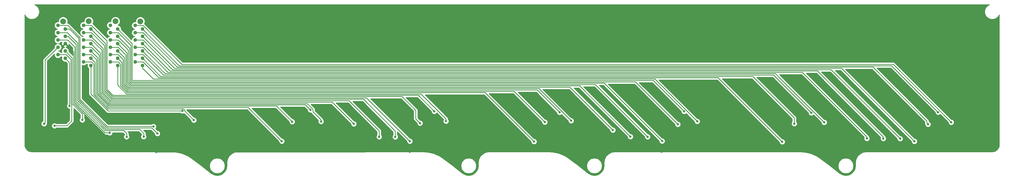
<source format=gbl>
G04 #@! TF.GenerationSoftware,KiCad,Pcbnew,5.1.5-52549c5~84~ubuntu18.04.1*
G04 #@! TF.CreationDate,2020-02-28T01:04:36-05:00*
G04 #@! TF.ProjectId,DA_Board_2,44415f42-6f61-4726-945f-322e6b696361,rev?*
G04 #@! TF.SameCoordinates,Original*
G04 #@! TF.FileFunction,Copper,L2,Bot*
G04 #@! TF.FilePolarity,Positive*
%FSLAX46Y46*%
G04 Gerber Fmt 4.6, Leading zero omitted, Abs format (unit mm)*
G04 Created by KiCad (PCBNEW 5.1.5-52549c5~84~ubuntu18.04.1) date 2020-02-28 01:04:36*
%MOMM*%
%LPD*%
G04 APERTURE LIST*
%ADD10C,1.300000*%
%ADD11C,2.000000*%
%ADD12C,0.800000*%
%ADD13C,0.254000*%
G04 APERTURE END LIST*
D10*
X-1473200Y-101244400D03*
X-1473200Y-98704400D03*
X-1473200Y-96164400D03*
X-1473200Y-103784400D03*
X1066800Y-97434400D03*
X1066800Y-99974400D03*
X1066800Y-102514400D03*
X1066800Y-105054400D03*
X-1473200Y-106324400D03*
X1066800Y-107594400D03*
X-1473200Y-108864400D03*
X1066800Y-110134400D03*
D11*
X326800Y-94764400D03*
X9610500Y-94751700D03*
D10*
X10350500Y-110121700D03*
X7810500Y-108851700D03*
X10350500Y-107581700D03*
X7810500Y-106311700D03*
X10350500Y-105041700D03*
X10350500Y-102501700D03*
X10350500Y-99961700D03*
X10350500Y-97421700D03*
X7810500Y-103771700D03*
X7810500Y-96151700D03*
X7810500Y-98691700D03*
X7810500Y-101231700D03*
X-10388600Y-101269800D03*
X-10388600Y-98729800D03*
X-10388600Y-96189800D03*
X-10388600Y-103809800D03*
X-7848600Y-97459800D03*
X-7848600Y-99999800D03*
X-7848600Y-102539800D03*
X-7848600Y-105079800D03*
X-10388600Y-106349800D03*
X-7848600Y-107619800D03*
D11*
X-8588600Y-94789800D03*
D10*
X16446500Y-101282500D03*
X16446500Y-98742500D03*
X16446500Y-96202500D03*
X16446500Y-103822500D03*
X18986500Y-97472500D03*
X18986500Y-100012500D03*
X18986500Y-102552500D03*
X18986500Y-105092500D03*
X16446500Y-106362500D03*
X18986500Y-107632500D03*
X16446500Y-108902500D03*
X18986500Y-110172500D03*
D11*
X18246500Y-94802500D03*
D12*
X300046662Y-129857500D03*
X287261300Y-136486900D03*
X241300000Y-136652000D03*
X255892300Y-129895600D03*
X211759800Y-129555800D03*
X199580500Y-136372600D03*
X155054300Y-136575800D03*
X167932100Y-129311400D03*
X124460000Y-129463800D03*
X111912400Y-136448800D03*
X67398900Y-136448800D03*
X81038700Y-129603500D03*
X36830000Y-129133600D03*
X24180800Y-133781800D03*
X-15214600Y-130378200D03*
X-1930400Y-129057400D03*
X19405600Y-134874000D03*
X13487400Y-134924800D03*
X7569200Y-133527800D03*
X106817733Y-134940600D03*
X32893000Y-125907800D03*
X-6350000Y-124180600D03*
X270738600Y-135496300D03*
X282295600Y-135559800D03*
X188544200Y-134861300D03*
X92430600Y-130416300D03*
X276428200Y-135521700D03*
X101229450Y-134915200D03*
X194551300Y-134924800D03*
X182460900Y-132588000D03*
X158820000Y-129810000D03*
X71020000Y-129680000D03*
X-11580000Y-131090000D03*
X245490000Y-130350000D03*
X22818362Y-131343400D03*
X115440000Y-130180000D03*
X205040000Y-130590000D03*
X291980000Y-130570000D03*
X9017000Y-137261600D03*
X23761700Y-140169900D03*
X96939100Y-139522200D03*
X111912400Y-140157200D03*
X184099200Y-139928600D03*
X199351900Y-140131800D03*
X272275300Y-139776200D03*
X77343000Y-125577600D03*
X120396000Y-126047500D03*
X163931600Y-126403100D03*
X207225900Y-126085600D03*
X251409200Y-126580900D03*
X295490900Y-126377700D03*
D13*
X19162462Y-96202500D02*
X32687962Y-109728000D01*
X16446500Y-96202500D02*
X19162462Y-96202500D01*
X32687962Y-109728000D02*
X279917162Y-109728000D01*
X279917162Y-109728000D02*
X300046662Y-129857500D01*
X300046662Y-129857500D02*
X300224462Y-130035300D01*
X18986500Y-100012500D02*
X30086300Y-111112300D01*
X261886700Y-111112300D02*
X260985000Y-111112300D01*
X287261300Y-136486900D02*
X261886700Y-111112300D01*
X30086300Y-111112300D02*
X260985000Y-111112300D01*
X19162462Y-108902500D02*
X24648862Y-114388900D01*
X16446500Y-108902500D02*
X19162462Y-108902500D01*
X219036900Y-114388900D02*
X241300000Y-136652000D01*
X24648862Y-114388900D02*
X219036900Y-114388900D01*
X19636499Y-105742499D02*
X19649199Y-105742499D01*
X18986500Y-105092500D02*
X19636499Y-105742499D01*
X19649199Y-105742499D02*
X26885900Y-112979200D01*
X255492301Y-129495601D02*
X255479601Y-129495601D01*
X255892300Y-129895600D02*
X255492301Y-129495601D01*
X255479601Y-129495601D02*
X240195100Y-114211100D01*
X240195100Y-114211100D02*
X240169700Y-114211100D01*
X240169700Y-114211100D02*
X238937800Y-112979200D01*
X238937800Y-112979200D02*
X238531400Y-112979200D01*
X26885900Y-112979200D02*
X238531400Y-112979200D01*
X18986500Y-111091738D02*
X22740862Y-114846100D01*
X18986500Y-110172500D02*
X18986500Y-111091738D01*
X197050100Y-114846100D02*
X211759800Y-129555800D01*
X22740862Y-114846100D02*
X197050100Y-114846100D01*
X14506529Y-104117729D02*
X14506529Y-115825697D01*
X10350500Y-99961700D02*
X14506529Y-104117729D01*
X14506529Y-115825697D02*
X14949332Y-116268500D01*
X179476400Y-116268500D02*
X199580500Y-136372600D01*
X14949332Y-116268500D02*
X179476400Y-116268500D01*
X10526462Y-108851700D02*
X11328400Y-109653638D01*
X7810500Y-108851700D02*
X10526462Y-108851700D01*
X11328400Y-109653638D02*
X11328400Y-117208300D01*
X11328400Y-117208300D02*
X13690600Y-119570500D01*
X138049000Y-119570500D02*
X155054300Y-136575800D01*
X13690600Y-119570500D02*
X138049000Y-119570500D01*
X11938000Y-106629200D02*
X10350500Y-105041700D01*
X12690430Y-116613098D02*
X12690430Y-107381630D01*
X14225432Y-118148100D02*
X12690430Y-116613098D01*
X156768800Y-118148100D02*
X14225432Y-118148100D01*
X12690430Y-107381630D02*
X11938000Y-106629200D01*
X167932100Y-129311400D02*
X156768800Y-118148100D01*
X10350500Y-116941600D02*
X10350500Y-110121700D01*
X124460000Y-129463800D02*
X124460000Y-128663700D01*
X13436600Y-120027700D02*
X10350500Y-116941600D01*
X124460000Y-128663700D02*
X115824000Y-120027700D01*
X115824000Y-120027700D02*
X13436600Y-120027700D01*
X1242762Y-98704400D02*
X-1473200Y-98704400D01*
X5765800Y-118826834D02*
X5765800Y-103227438D01*
X96672400Y-121399300D02*
X8338266Y-121399300D01*
X8338266Y-121399300D02*
X5765800Y-118826834D01*
X5765800Y-103227438D02*
X1242762Y-98704400D01*
X96862900Y-121399300D02*
X96672400Y-121399300D01*
X111912400Y-136448800D02*
X96862900Y-121399300D01*
X2527300Y-120191368D02*
X7049932Y-124714000D01*
X1066800Y-107594400D02*
X2527300Y-109054900D01*
X7049932Y-124714000D02*
X55664100Y-124714000D01*
X55664100Y-124714000D02*
X67398900Y-136448800D01*
X2527300Y-109054900D02*
X2527300Y-120191368D01*
X-1473200Y-103784400D02*
X1242762Y-103784400D01*
X1242762Y-103784400D02*
X3949700Y-106491338D01*
X3949700Y-119672100D02*
X7594600Y-123317000D01*
X7594600Y-123317000D02*
X76174600Y-123317000D01*
X3949700Y-106491338D02*
X3949700Y-119672100D01*
X78181200Y-126180315D02*
X78181200Y-125323600D01*
X81038700Y-129037815D02*
X78181200Y-126180315D01*
X81038700Y-129603500D02*
X81038700Y-129037815D01*
X76174600Y-123317000D02*
X78181200Y-125323600D01*
X32407299Y-125247400D02*
X32473900Y-125180799D01*
X2044700Y-119915198D02*
X2044700Y-120350834D01*
X1242762Y-108864400D02*
X2043801Y-109665439D01*
X-1473200Y-108864400D02*
X1242762Y-108864400D01*
X33623539Y-125927139D02*
X36830000Y-129133600D01*
X6941266Y-125247400D02*
X32407299Y-125247400D01*
X33241961Y-125180799D02*
X33620001Y-125558839D01*
X2043801Y-119914299D02*
X2044700Y-119915198D01*
X2044700Y-120350834D02*
X6941266Y-125247400D01*
X32473900Y-125180799D02*
X33241961Y-125180799D01*
X33620001Y-125558839D02*
X33623539Y-125558839D01*
X33623539Y-125558839D02*
X33623539Y-125927139D01*
X2043801Y-109665439D02*
X2043801Y-119914299D01*
X22237700Y-131838700D02*
X22567900Y-132168900D01*
X6565900Y-131838700D02*
X22237700Y-131838700D01*
X-7848600Y-97459800D02*
X-6311900Y-97459800D01*
X-6311900Y-97459800D02*
X-3168742Y-100602958D01*
X-3168742Y-100602958D02*
X-3168742Y-122104058D01*
X22567900Y-132168900D02*
X24180800Y-133781800D01*
X-3168742Y-122104058D02*
X6565900Y-131838700D01*
X-10388600Y-103809800D02*
X-12166600Y-105587800D01*
X-14814601Y-108235801D02*
X-12166600Y-105587800D01*
X-14814601Y-129978201D02*
X-14814601Y-108235801D01*
X-15214600Y-130378200D02*
X-14814601Y-129978201D01*
X-5438790Y-107489610D02*
X-7848600Y-105079800D01*
X-5438790Y-123417943D02*
X-5438790Y-107489610D01*
X-1930400Y-126926333D02*
X-5438790Y-123417943D01*
X-1930400Y-129057400D02*
X-1930400Y-126926333D01*
X19405600Y-134308315D02*
X19405600Y-134874000D01*
X19405600Y-133705600D02*
X19405600Y-134308315D01*
X17995900Y-132295900D02*
X19405600Y-133705600D01*
X6337300Y-132295900D02*
X17995900Y-132295900D01*
X-10388600Y-98729800D02*
X-7162800Y-98729800D01*
X-3622752Y-122335848D02*
X6337300Y-132295900D01*
X-7162800Y-98729800D02*
X-3622752Y-102269848D01*
X-3622752Y-102269848D02*
X-3622752Y-122335848D01*
X-6883400Y-99999800D02*
X-7848600Y-99999800D01*
X-4076762Y-102806438D02*
X-6883400Y-99999800D01*
X5448300Y-132194300D02*
X5435600Y-132194300D01*
X13487400Y-134924800D02*
X13487400Y-133731000D01*
X13487400Y-133731000D02*
X12509500Y-132753100D01*
X5435600Y-132194300D02*
X-4076762Y-122681938D01*
X12509500Y-132753100D02*
X6007100Y-132753100D01*
X-4076762Y-122681938D02*
X-4076762Y-102806438D01*
X6007100Y-132753100D02*
X5448300Y-132194300D01*
X-6959600Y-101269800D02*
X-10388600Y-101269800D01*
X7569200Y-133527800D02*
X6007100Y-133527800D01*
X6007100Y-133527800D02*
X-4530772Y-122989928D01*
X-4530772Y-122989928D02*
X-4530772Y-103698628D01*
X-4530772Y-103698628D02*
X-6959600Y-101269800D01*
X8166100Y-121869200D02*
X5311730Y-119014830D01*
X5311730Y-104219330D02*
X1066800Y-99974400D01*
X106817733Y-134374915D02*
X106819700Y-134372948D01*
X95770700Y-121869200D02*
X8166100Y-121869200D01*
X5311730Y-119014830D02*
X5311730Y-104219330D01*
X106819700Y-132918200D02*
X95770700Y-121869200D01*
X106817733Y-134940600D02*
X106817733Y-134374915D01*
X106819700Y-134372948D02*
X106819700Y-132918200D01*
X1066800Y-120015000D02*
X6959600Y-125907800D01*
X6959600Y-125907800D02*
X32893000Y-125907800D01*
X1066800Y-110134400D02*
X1066800Y-120015000D01*
X-6705600Y-108762800D02*
X-7848600Y-107619800D01*
X-6350000Y-109118400D02*
X-6705600Y-108762800D01*
X-6350000Y-124180600D02*
X-6350000Y-109118400D01*
X19162462Y-103822500D02*
X27849262Y-112509300D01*
X16446500Y-103822500D02*
X19162462Y-103822500D01*
X248317285Y-112509300D02*
X248272300Y-112509300D01*
X270738600Y-134930615D02*
X248317285Y-112509300D01*
X270738600Y-135496300D02*
X270738600Y-134930615D01*
X27849262Y-112509300D02*
X248272300Y-112509300D01*
X19162462Y-101282500D02*
X29449462Y-111569500D01*
X16446500Y-101282500D02*
X19162462Y-101282500D01*
X258305300Y-111569500D02*
X282295600Y-135559800D01*
X29449462Y-111569500D02*
X258305300Y-111569500D01*
X188544200Y-134861300D02*
X170889768Y-117206868D01*
X14603568Y-117206868D02*
X13598510Y-116201810D01*
X170889768Y-117206868D02*
X14603568Y-117206868D01*
X13598510Y-105749710D02*
X10350500Y-102501700D01*
X13598510Y-116201810D02*
X13598510Y-105749710D01*
X1066800Y-102514400D02*
X1716799Y-103164399D01*
X4403710Y-119453010D02*
X7797800Y-122847100D01*
X7797800Y-122847100D02*
X84861400Y-122847100D01*
X4403710Y-105864010D02*
X4403710Y-106303281D01*
X1716799Y-103164399D02*
X1716799Y-103177099D01*
X84861400Y-122847100D02*
X92430600Y-130416300D01*
X1716799Y-103177099D02*
X4403710Y-105864010D01*
X4403710Y-106303281D02*
X4403710Y-119453010D01*
X28473400Y-112039400D02*
X18986500Y-102552500D01*
X253511585Y-112039400D02*
X252539500Y-112039400D01*
X276428200Y-134956015D02*
X253511585Y-112039400D01*
X276428200Y-135521700D02*
X276428200Y-134956015D01*
X252539500Y-112039400D02*
X28473400Y-112039400D01*
X101231700Y-132842000D02*
X101231700Y-134347265D01*
X4857720Y-119259320D02*
X7962900Y-122364500D01*
X90754200Y-122364500D02*
X101231700Y-132842000D01*
X1333500Y-101244400D02*
X4857720Y-104768620D01*
X101231700Y-134347265D02*
X101229450Y-134349515D01*
X-1473200Y-101244400D02*
X1333500Y-101244400D01*
X7962900Y-122364500D02*
X90754200Y-122364500D01*
X101229450Y-134349515D02*
X101229450Y-134915200D01*
X4857720Y-104768620D02*
X4857720Y-119259320D01*
X14052520Y-104757758D02*
X14052520Y-105561653D01*
X10526462Y-101231700D02*
X14052520Y-104757758D01*
X7810500Y-101231700D02*
X10526462Y-101231700D01*
X14052520Y-105561653D02*
X14052520Y-116013754D01*
X14052520Y-116013754D02*
X14764466Y-116725700D01*
X176352200Y-116725700D02*
X194551300Y-134924800D01*
X14764466Y-116725700D02*
X176352200Y-116725700D01*
X10526462Y-103771700D02*
X13144500Y-106389738D01*
X7810500Y-103771700D02*
X10526462Y-103771700D01*
X13144500Y-106389738D02*
X13144500Y-116425102D01*
X13144500Y-116425102D02*
X14397598Y-117678200D01*
X167551100Y-117678200D02*
X182460900Y-132588000D01*
X14397598Y-117678200D02*
X167551100Y-117678200D01*
X11782410Y-116989210D02*
X11782410Y-109013610D01*
X13881100Y-119087900D02*
X11782410Y-116989210D01*
X158820000Y-129810000D02*
X148097900Y-119087900D01*
X11782410Y-109013610D02*
X10350500Y-107581700D01*
X148097900Y-119087900D02*
X13881100Y-119087900D01*
X1242762Y-106324400D02*
X-1473200Y-106324400D01*
X7222098Y-124244100D02*
X2981310Y-120003312D01*
X55854600Y-124244100D02*
X7222098Y-124244100D01*
X2981310Y-108062948D02*
X1242762Y-106324400D01*
X2981310Y-120003312D02*
X2981310Y-108062948D01*
X65584100Y-124244100D02*
X55854600Y-124244100D01*
X71020000Y-129680000D02*
X65584100Y-124244100D01*
X-7569200Y-106349800D02*
X-10388600Y-106349800D01*
X-5892800Y-111023400D02*
X-5892800Y-108026200D01*
X-7290400Y-131090000D02*
X-5622999Y-129422599D01*
X-5622999Y-129422599D02*
X-5622999Y-123875800D01*
X-5622999Y-123875800D02*
X-5895990Y-123602809D01*
X-5892800Y-108026200D02*
X-7569200Y-106349800D01*
X-5895990Y-123602809D02*
X-5895990Y-111026590D01*
X-11580000Y-131090000D02*
X-7290400Y-131090000D01*
X-5895990Y-111026590D02*
X-5892800Y-111023400D01*
X245490000Y-128343400D02*
X245490000Y-130350000D01*
X231078300Y-113931700D02*
X245490000Y-128343400D01*
X18986500Y-107632500D02*
X25285700Y-113931700D01*
X25285700Y-113931700D02*
X231078300Y-113931700D01*
X-10388600Y-96189800D02*
X-6921500Y-96189800D01*
X-2714732Y-100396568D02*
X-2714732Y-121916002D01*
X-6921500Y-96189800D02*
X-2714732Y-100396568D01*
X-2714732Y-121916002D02*
X6712666Y-131343400D01*
X22818362Y-131343400D02*
X22831062Y-131356100D01*
X6712666Y-131343400D02*
X22818362Y-131343400D01*
X6219810Y-102587410D02*
X1716799Y-98084399D01*
X115440000Y-130180000D02*
X113910000Y-128650000D01*
X113910000Y-128650000D02*
X113910000Y-125700000D01*
X113910000Y-125700000D02*
X109152100Y-120942100D01*
X109152100Y-120942100D02*
X8523132Y-120942100D01*
X1716799Y-98084399D02*
X1066800Y-97434400D01*
X8523132Y-120942100D02*
X6219810Y-118638778D01*
X6219810Y-118638778D02*
X6219810Y-102587410D01*
X7810500Y-98691700D02*
X10526462Y-98691700D01*
X14960539Y-115637641D02*
X14977441Y-115637641D01*
X15138400Y-115798600D02*
X179648566Y-115798600D01*
X10526462Y-98691700D02*
X14960539Y-103125777D01*
X14960539Y-103125777D02*
X14960539Y-103929672D01*
X14977441Y-115637641D02*
X15138400Y-115798600D01*
X14960539Y-103929672D02*
X14960539Y-115637641D01*
X190270000Y-115820000D02*
X189410000Y-115820000D01*
X205040000Y-130590000D02*
X190270000Y-115820000D01*
X179648566Y-115798600D02*
X189410000Y-115820000D01*
X189410000Y-115820000D02*
X189890400Y-115798600D01*
X16446500Y-98742500D02*
X19162462Y-98742500D01*
X19162462Y-98742500D02*
X31075062Y-110655100D01*
X291580001Y-130170001D02*
X291580001Y-129430001D01*
X291980000Y-130570000D02*
X291580001Y-130170001D01*
X272820000Y-110670000D02*
X272310000Y-110670000D01*
X291580001Y-129430001D02*
X272820000Y-110670000D01*
X31075062Y-110655100D02*
X272310000Y-110670000D01*
X272310000Y-110670000D02*
X272630900Y-110655100D01*
X-4984781Y-105403619D02*
X-4984780Y-107301553D01*
X-7848600Y-102539800D02*
X-4984781Y-105403619D01*
X-4984780Y-107301553D02*
X-4984780Y-123229887D01*
X9017000Y-137231667D02*
X9017000Y-137261600D01*
X-4984780Y-123229887D02*
X9017000Y-137231667D01*
X23761700Y-140169900D02*
X93167200Y-140169900D01*
X96291400Y-140169900D02*
X96939100Y-139522200D01*
X93167200Y-140169900D02*
X96291400Y-140169900D01*
X183870600Y-140157200D02*
X184099200Y-139928600D01*
X111912400Y-140157200D02*
X183870600Y-140157200D01*
X199351900Y-140131800D02*
X199917585Y-140131800D01*
X271919700Y-140131800D02*
X272275300Y-139776200D01*
X199917585Y-140131800D02*
X271919700Y-140131800D01*
X7406964Y-123786900D02*
X3435320Y-119815256D01*
X1716799Y-105704399D02*
X1066800Y-105054400D01*
X75552300Y-123786900D02*
X7406964Y-123786900D01*
X1716799Y-105717099D02*
X1716799Y-105704399D01*
X3435320Y-107435620D02*
X1716799Y-105717099D01*
X77343000Y-125577600D02*
X75552300Y-123786900D01*
X3435320Y-119815256D02*
X3435320Y-107435620D01*
X-1473200Y-96164400D02*
X1242762Y-96164400D01*
X6673820Y-118450722D02*
X8707998Y-120484900D01*
X8707998Y-120484900D02*
X114833400Y-120484900D01*
X6673820Y-102399353D02*
X6673820Y-118450722D01*
X1242762Y-96164400D02*
X6673820Y-101595458D01*
X114833400Y-120484900D02*
X120396000Y-126047500D01*
X6673820Y-101595458D02*
X6673820Y-102399353D01*
X12236420Y-108021658D02*
X12236420Y-109277524D01*
X10526462Y-106311700D02*
X12236420Y-108021658D01*
X7810500Y-106311700D02*
X10526462Y-106311700D01*
X12236420Y-109277524D02*
X12236420Y-116801154D01*
X12236420Y-116801154D02*
X14040566Y-118605300D01*
X156133800Y-118605300D02*
X163931600Y-126403100D01*
X14040566Y-118605300D02*
X156133800Y-118605300D01*
X15414548Y-102485748D02*
X15414549Y-103741615D01*
X10350500Y-97421700D02*
X15414548Y-102485748D01*
X15414549Y-103741615D02*
X15414549Y-114741249D01*
X15414549Y-114741249D02*
X15414549Y-115316000D01*
X196456300Y-115316000D02*
X207225900Y-126085600D01*
X15414549Y-115316000D02*
X196456300Y-115316000D01*
X230906132Y-113461800D02*
X230931942Y-113435990D01*
X19162462Y-106362500D02*
X26261762Y-113461800D01*
X16446500Y-106362500D02*
X19162462Y-106362500D01*
X238264290Y-113435990D02*
X251009201Y-126180901D01*
X251009201Y-126180901D02*
X251409200Y-126580900D01*
X230931942Y-113435990D02*
X238264290Y-113435990D01*
X26261762Y-113461800D02*
X230906132Y-113461800D01*
X18986500Y-97472500D02*
X31711900Y-110197900D01*
X279311100Y-110197900D02*
X295490900Y-126377700D01*
X31711900Y-110197900D02*
X279311100Y-110197900D01*
G36*
X313034070Y-89103748D02*
G01*
X312602570Y-89392067D01*
X312235608Y-89759029D01*
X311947289Y-90190529D01*
X311748691Y-90669987D01*
X311647446Y-91178977D01*
X311647446Y-91697939D01*
X311748691Y-92206929D01*
X311947289Y-92686387D01*
X312235608Y-93117887D01*
X312602570Y-93484849D01*
X313034070Y-93773168D01*
X313513528Y-93971766D01*
X314022518Y-94073011D01*
X314541480Y-94073011D01*
X315050470Y-93971766D01*
X315529928Y-93773168D01*
X315961428Y-93484849D01*
X316328390Y-93117887D01*
X316616709Y-92686387D01*
X316722000Y-92432192D01*
X316721999Y-137630513D01*
X316672073Y-138139704D01*
X316534632Y-138594929D01*
X316311391Y-139014784D01*
X316010853Y-139383280D01*
X315644457Y-139686388D01*
X315226171Y-139912555D01*
X314771922Y-140053168D01*
X314264917Y-140106458D01*
X270533369Y-140106458D01*
X270500526Y-140109693D01*
X270481238Y-140109558D01*
X270471024Y-140110559D01*
X269869898Y-140173740D01*
X269804565Y-140187151D01*
X269739205Y-140199619D01*
X269729389Y-140202583D01*
X269729382Y-140202584D01*
X269729376Y-140202587D01*
X269151976Y-140381322D01*
X269090529Y-140407152D01*
X269028799Y-140432092D01*
X269019738Y-140436909D01*
X268488046Y-140724394D01*
X268432776Y-140761674D01*
X268377076Y-140798123D01*
X268369123Y-140804609D01*
X267903397Y-141189891D01*
X267856420Y-141237197D01*
X267808862Y-141283769D01*
X267802320Y-141291676D01*
X267420298Y-141760081D01*
X267383419Y-141815589D01*
X267345797Y-141870534D01*
X267340916Y-141879561D01*
X267057150Y-142413247D01*
X267031757Y-142474853D01*
X267005521Y-142536067D01*
X267002487Y-142545867D01*
X267002487Y-142545869D01*
X267002486Y-142545871D01*
X266827785Y-143124510D01*
X266814843Y-143189870D01*
X266800996Y-143255018D01*
X266799923Y-143265224D01*
X266740940Y-143866776D01*
X266737432Y-143902395D01*
X266737431Y-144962077D01*
X266670574Y-145643943D01*
X266482985Y-146265266D01*
X266178291Y-146838311D01*
X265768090Y-147341267D01*
X265268014Y-147754966D01*
X264697101Y-148063658D01*
X264077110Y-148255576D01*
X263431645Y-148323417D01*
X262785300Y-148264595D01*
X262162685Y-148081349D01*
X261567730Y-147770314D01*
X261371682Y-147631288D01*
X257591549Y-144732318D01*
X260710684Y-144732318D01*
X260710684Y-145263728D01*
X260814357Y-145784927D01*
X261017719Y-146275885D01*
X261312954Y-146717736D01*
X261688718Y-147093500D01*
X262130569Y-147388735D01*
X262621527Y-147592097D01*
X263142726Y-147695770D01*
X263674136Y-147695770D01*
X264195335Y-147592097D01*
X264686293Y-147388735D01*
X265128144Y-147093500D01*
X265503908Y-146717736D01*
X265799143Y-146275885D01*
X266002505Y-145784927D01*
X266106178Y-145263728D01*
X266106178Y-144732318D01*
X266002505Y-144211119D01*
X265799143Y-143720161D01*
X265503908Y-143278310D01*
X265128144Y-142902546D01*
X264686293Y-142607311D01*
X264195335Y-142403949D01*
X263674136Y-142300276D01*
X263142726Y-142300276D01*
X262621527Y-142403949D01*
X262130569Y-142607311D01*
X261688718Y-142902546D01*
X261312954Y-143278310D01*
X261017719Y-143720161D01*
X260814357Y-144211119D01*
X260710684Y-144732318D01*
X257591549Y-144732318D01*
X254768231Y-142567127D01*
X254757369Y-142560377D01*
X254137299Y-142118212D01*
X254122647Y-142109006D01*
X254079729Y-142081081D01*
X252938915Y-141418443D01*
X252933753Y-141415836D01*
X252928886Y-141412723D01*
X252862242Y-141379712D01*
X251651909Y-140854700D01*
X251646479Y-140852713D01*
X251641281Y-140850189D01*
X251571241Y-140825180D01*
X250307920Y-140444964D01*
X250302295Y-140443624D01*
X250296839Y-140441724D01*
X250224360Y-140425057D01*
X248925306Y-140194829D01*
X248919559Y-140194154D01*
X248913921Y-140192904D01*
X248840007Y-140184809D01*
X248839993Y-140184807D01*
X248839992Y-140184807D01*
X247537512Y-140108566D01*
X247516105Y-140106458D01*
X183157369Y-140106458D01*
X183124526Y-140109693D01*
X183105238Y-140109558D01*
X183095024Y-140110559D01*
X182493898Y-140173740D01*
X182428565Y-140187151D01*
X182363205Y-140199619D01*
X182353389Y-140202583D01*
X182353382Y-140202584D01*
X182353376Y-140202587D01*
X181775976Y-140381322D01*
X181714529Y-140407152D01*
X181652799Y-140432092D01*
X181643738Y-140436909D01*
X181112046Y-140724394D01*
X181056776Y-140761674D01*
X181001076Y-140798123D01*
X180993123Y-140804609D01*
X180527397Y-141189891D01*
X180480420Y-141237197D01*
X180432862Y-141283769D01*
X180426320Y-141291676D01*
X180044298Y-141760081D01*
X180007419Y-141815589D01*
X179969797Y-141870534D01*
X179964916Y-141879561D01*
X179681150Y-142413247D01*
X179655757Y-142474853D01*
X179629521Y-142536067D01*
X179626487Y-142545867D01*
X179626487Y-142545869D01*
X179626486Y-142545871D01*
X179451785Y-143124510D01*
X179438843Y-143189870D01*
X179424996Y-143255018D01*
X179423923Y-143265224D01*
X179364940Y-143866776D01*
X179361432Y-143902395D01*
X179361431Y-144962077D01*
X179294574Y-145643943D01*
X179106985Y-146265266D01*
X178802291Y-146838311D01*
X178392090Y-147341267D01*
X177892014Y-147754966D01*
X177321101Y-148063658D01*
X176701110Y-148255576D01*
X176055645Y-148323417D01*
X175409300Y-148264595D01*
X174786685Y-148081349D01*
X174191730Y-147770314D01*
X173995682Y-147631288D01*
X170215549Y-144732318D01*
X173334684Y-144732318D01*
X173334684Y-145263728D01*
X173438357Y-145784927D01*
X173641719Y-146275885D01*
X173936954Y-146717736D01*
X174312718Y-147093500D01*
X174754569Y-147388735D01*
X175245527Y-147592097D01*
X175766726Y-147695770D01*
X176298136Y-147695770D01*
X176819335Y-147592097D01*
X177310293Y-147388735D01*
X177752144Y-147093500D01*
X178127908Y-146717736D01*
X178423143Y-146275885D01*
X178626505Y-145784927D01*
X178730178Y-145263728D01*
X178730178Y-144732318D01*
X178626505Y-144211119D01*
X178423143Y-143720161D01*
X178127908Y-143278310D01*
X177752144Y-142902546D01*
X177310293Y-142607311D01*
X176819335Y-142403949D01*
X176298136Y-142300276D01*
X175766726Y-142300276D01*
X175245527Y-142403949D01*
X174754569Y-142607311D01*
X174312718Y-142902546D01*
X173936954Y-143278310D01*
X173641719Y-143720161D01*
X173438357Y-144211119D01*
X173334684Y-144732318D01*
X170215549Y-144732318D01*
X167392231Y-142567127D01*
X167381369Y-142560377D01*
X166761299Y-142118212D01*
X166746647Y-142109006D01*
X166703729Y-142081081D01*
X165562915Y-141418443D01*
X165557753Y-141415836D01*
X165552886Y-141412723D01*
X165486243Y-141379712D01*
X164275910Y-140854699D01*
X164270476Y-140852711D01*
X164265281Y-140850188D01*
X164195241Y-140825179D01*
X162931920Y-140444963D01*
X162926292Y-140443622D01*
X162920838Y-140441723D01*
X162848387Y-140425063D01*
X162848359Y-140425056D01*
X162848356Y-140425056D01*
X161549306Y-140194829D01*
X161543562Y-140194154D01*
X161537922Y-140192904D01*
X161463993Y-140184807D01*
X160161485Y-140108564D01*
X160140104Y-140106458D01*
X139469369Y-140106458D01*
X139436526Y-140109693D01*
X139417238Y-140109558D01*
X139407024Y-140110559D01*
X138805898Y-140173740D01*
X138740565Y-140187151D01*
X138675205Y-140199619D01*
X138665389Y-140202583D01*
X138665382Y-140202584D01*
X138665376Y-140202587D01*
X138087976Y-140381322D01*
X138026529Y-140407152D01*
X137964799Y-140432092D01*
X137955738Y-140436909D01*
X137424046Y-140724394D01*
X137368776Y-140761674D01*
X137313076Y-140798123D01*
X137305123Y-140804609D01*
X136839397Y-141189891D01*
X136792420Y-141237197D01*
X136744862Y-141283769D01*
X136738320Y-141291676D01*
X136356298Y-141760081D01*
X136319419Y-141815589D01*
X136281797Y-141870534D01*
X136276916Y-141879561D01*
X135993150Y-142413247D01*
X135967757Y-142474853D01*
X135941521Y-142536067D01*
X135938487Y-142545867D01*
X135938487Y-142545869D01*
X135938486Y-142545871D01*
X135763785Y-143124510D01*
X135750843Y-143189870D01*
X135736996Y-143255018D01*
X135735923Y-143265224D01*
X135676940Y-143866776D01*
X135673432Y-143902395D01*
X135673431Y-144962077D01*
X135606574Y-145643943D01*
X135418985Y-146265266D01*
X135114291Y-146838311D01*
X134704090Y-147341267D01*
X134204014Y-147754966D01*
X133633101Y-148063658D01*
X133013110Y-148255576D01*
X132367645Y-148323417D01*
X131721300Y-148264595D01*
X131098685Y-148081349D01*
X130503730Y-147770314D01*
X130307682Y-147631288D01*
X126527549Y-144732318D01*
X129646684Y-144732318D01*
X129646684Y-145263728D01*
X129750357Y-145784927D01*
X129953719Y-146275885D01*
X130248954Y-146717736D01*
X130624718Y-147093500D01*
X131066569Y-147388735D01*
X131557527Y-147592097D01*
X132078726Y-147695770D01*
X132610136Y-147695770D01*
X133131335Y-147592097D01*
X133622293Y-147388735D01*
X134064144Y-147093500D01*
X134439908Y-146717736D01*
X134735143Y-146275885D01*
X134938505Y-145784927D01*
X135042178Y-145263728D01*
X135042178Y-144732318D01*
X134938505Y-144211119D01*
X134735143Y-143720161D01*
X134439908Y-143278310D01*
X134064144Y-142902546D01*
X133622293Y-142607311D01*
X133131335Y-142403949D01*
X132610136Y-142300276D01*
X132078726Y-142300276D01*
X131557527Y-142403949D01*
X131066569Y-142607311D01*
X130624718Y-142902546D01*
X130248954Y-143278310D01*
X129953719Y-143720161D01*
X129750357Y-144211119D01*
X129646684Y-144732318D01*
X126527549Y-144732318D01*
X123704231Y-142567127D01*
X123693369Y-142560377D01*
X123073299Y-142118212D01*
X123058647Y-142109006D01*
X123015729Y-142081081D01*
X121874915Y-141418443D01*
X121869753Y-141415836D01*
X121864886Y-141412723D01*
X121798243Y-141379712D01*
X120587910Y-140854699D01*
X120582476Y-140852711D01*
X120577281Y-140850188D01*
X120507241Y-140825179D01*
X119243920Y-140444963D01*
X119238292Y-140443622D01*
X119232838Y-140441723D01*
X119160387Y-140425063D01*
X119160359Y-140425056D01*
X119160356Y-140425056D01*
X117861306Y-140194829D01*
X117855562Y-140194154D01*
X117849922Y-140192904D01*
X117775993Y-140184807D01*
X116473485Y-140108564D01*
X116452104Y-140106458D01*
X52093369Y-140106458D01*
X52060526Y-140109693D01*
X52041238Y-140109558D01*
X52031024Y-140110559D01*
X51429898Y-140173740D01*
X51364565Y-140187151D01*
X51299205Y-140199619D01*
X51289389Y-140202583D01*
X51289382Y-140202584D01*
X51289376Y-140202587D01*
X50711976Y-140381322D01*
X50650529Y-140407152D01*
X50588799Y-140432092D01*
X50579738Y-140436909D01*
X50048046Y-140724394D01*
X49992776Y-140761674D01*
X49937076Y-140798123D01*
X49929123Y-140804609D01*
X49463397Y-141189891D01*
X49416420Y-141237197D01*
X49368862Y-141283769D01*
X49362320Y-141291676D01*
X48980298Y-141760081D01*
X48943419Y-141815589D01*
X48905797Y-141870534D01*
X48900916Y-141879561D01*
X48617150Y-142413247D01*
X48591757Y-142474853D01*
X48565521Y-142536067D01*
X48562487Y-142545867D01*
X48562487Y-142545869D01*
X48562486Y-142545871D01*
X48387785Y-143124510D01*
X48374843Y-143189870D01*
X48360996Y-143255018D01*
X48359923Y-143265224D01*
X48300940Y-143866776D01*
X48297432Y-143902395D01*
X48297431Y-144962077D01*
X48230574Y-145643943D01*
X48042985Y-146265266D01*
X47738291Y-146838311D01*
X47328090Y-147341267D01*
X46828014Y-147754966D01*
X46257101Y-148063658D01*
X45637110Y-148255576D01*
X44991645Y-148323417D01*
X44345300Y-148264595D01*
X43722685Y-148081349D01*
X43127730Y-147770314D01*
X42931682Y-147631288D01*
X39151549Y-144732318D01*
X42270684Y-144732318D01*
X42270684Y-145263728D01*
X42374357Y-145784927D01*
X42577719Y-146275885D01*
X42872954Y-146717736D01*
X43248718Y-147093500D01*
X43690569Y-147388735D01*
X44181527Y-147592097D01*
X44702726Y-147695770D01*
X45234136Y-147695770D01*
X45755335Y-147592097D01*
X46246293Y-147388735D01*
X46688144Y-147093500D01*
X47063908Y-146717736D01*
X47359143Y-146275885D01*
X47562505Y-145784927D01*
X47666178Y-145263728D01*
X47666178Y-144732318D01*
X47562505Y-144211119D01*
X47359143Y-143720161D01*
X47063908Y-143278310D01*
X46688144Y-142902546D01*
X46246293Y-142607311D01*
X45755335Y-142403949D01*
X45234136Y-142300276D01*
X44702726Y-142300276D01*
X44181527Y-142403949D01*
X43690569Y-142607311D01*
X43248718Y-142902546D01*
X42872954Y-143278310D01*
X42577719Y-143720161D01*
X42374357Y-144211119D01*
X42270684Y-144732318D01*
X39151549Y-144732318D01*
X36328231Y-142567127D01*
X36317369Y-142560377D01*
X35697299Y-142118212D01*
X35682647Y-142109006D01*
X35639729Y-142081081D01*
X34498915Y-141418443D01*
X34493753Y-141415836D01*
X34488886Y-141412723D01*
X34422242Y-141379712D01*
X33211909Y-140854700D01*
X33206479Y-140852713D01*
X33201281Y-140850189D01*
X33131241Y-140825180D01*
X31867920Y-140444964D01*
X31862295Y-140443624D01*
X31856839Y-140441724D01*
X31784360Y-140425057D01*
X30485306Y-140194829D01*
X30479559Y-140194154D01*
X30473921Y-140192904D01*
X30400007Y-140184809D01*
X30399993Y-140184807D01*
X30399992Y-140184807D01*
X29097512Y-140108566D01*
X29076105Y-140106458D01*
X-19438056Y-140106458D01*
X-19947247Y-140056532D01*
X-20402472Y-139919091D01*
X-20822327Y-139695850D01*
X-21190823Y-139395312D01*
X-21493931Y-139028916D01*
X-21720098Y-138610630D01*
X-21860711Y-138156381D01*
X-21914001Y-137649376D01*
X-21914001Y-130276261D01*
X-16249600Y-130276261D01*
X-16249600Y-130480139D01*
X-16209826Y-130680098D01*
X-16131805Y-130868456D01*
X-16018537Y-131037974D01*
X-15874374Y-131182137D01*
X-15704856Y-131295405D01*
X-15516498Y-131373426D01*
X-15316539Y-131413200D01*
X-15112661Y-131413200D01*
X-14912702Y-131373426D01*
X-14724344Y-131295405D01*
X-14554826Y-131182137D01*
X-14410663Y-131037974D01*
X-14297395Y-130868456D01*
X-14219374Y-130680098D01*
X-14179600Y-130480139D01*
X-14179600Y-130405596D01*
X-14177956Y-130403593D01*
X-14107199Y-130271216D01*
X-14063627Y-130127579D01*
X-14052601Y-130015627D01*
X-14052601Y-130015625D01*
X-14048915Y-129978202D01*
X-14052601Y-129940779D01*
X-14052601Y-108551431D01*
X-11660985Y-106159816D01*
X-11673600Y-106223239D01*
X-11673600Y-106476361D01*
X-11624219Y-106724621D01*
X-11527353Y-106958476D01*
X-11386725Y-107168940D01*
X-11207740Y-107347925D01*
X-10997276Y-107488553D01*
X-10763421Y-107585419D01*
X-10515161Y-107634800D01*
X-10262039Y-107634800D01*
X-10013779Y-107585419D01*
X-9779924Y-107488553D01*
X-9569460Y-107347925D01*
X-9390475Y-107168940D01*
X-9352295Y-107111800D01*
X-9029054Y-107111800D01*
X-9084219Y-107244979D01*
X-9133600Y-107493239D01*
X-9133600Y-107746361D01*
X-9084219Y-107994621D01*
X-8987353Y-108228476D01*
X-8846725Y-108438940D01*
X-8667740Y-108617925D01*
X-8457276Y-108758553D01*
X-8223421Y-108855419D01*
X-7975161Y-108904800D01*
X-7722039Y-108904800D01*
X-7654637Y-108891393D01*
X-7217952Y-109328079D01*
X-7217946Y-109328084D01*
X-7111999Y-109434031D01*
X-7112000Y-123478889D01*
X-7153937Y-123520826D01*
X-7267205Y-123690344D01*
X-7345226Y-123878702D01*
X-7385000Y-124078661D01*
X-7385000Y-124282539D01*
X-7345226Y-124482498D01*
X-7267205Y-124670856D01*
X-7153937Y-124840374D01*
X-7009774Y-124984537D01*
X-6840256Y-125097805D01*
X-6651898Y-125175826D01*
X-6451939Y-125215600D01*
X-6384998Y-125215600D01*
X-6384999Y-129106968D01*
X-7606030Y-130328000D01*
X-10878289Y-130328000D01*
X-10920226Y-130286063D01*
X-11089744Y-130172795D01*
X-11278102Y-130094774D01*
X-11478061Y-130055000D01*
X-11681939Y-130055000D01*
X-11881898Y-130094774D01*
X-12070256Y-130172795D01*
X-12239774Y-130286063D01*
X-12383937Y-130430226D01*
X-12497205Y-130599744D01*
X-12575226Y-130788102D01*
X-12615000Y-130988061D01*
X-12615000Y-131191939D01*
X-12575226Y-131391898D01*
X-12497205Y-131580256D01*
X-12383937Y-131749774D01*
X-12239774Y-131893937D01*
X-12070256Y-132007205D01*
X-11881898Y-132085226D01*
X-11681939Y-132125000D01*
X-11478061Y-132125000D01*
X-11278102Y-132085226D01*
X-11089744Y-132007205D01*
X-10920226Y-131893937D01*
X-10878289Y-131852000D01*
X-7327823Y-131852000D01*
X-7290400Y-131855686D01*
X-7252977Y-131852000D01*
X-7252974Y-131852000D01*
X-7141022Y-131840974D01*
X-6997385Y-131797402D01*
X-6865008Y-131726645D01*
X-6748978Y-131631422D01*
X-6725116Y-131602346D01*
X-5110646Y-129987877D01*
X-5081577Y-129964021D01*
X-4986354Y-129847991D01*
X-4915597Y-129715614D01*
X-4872025Y-129571977D01*
X-4860999Y-129460025D01*
X-4860999Y-129460023D01*
X-4857313Y-129422600D01*
X-4860999Y-129385177D01*
X-4860999Y-125073364D01*
X-2692399Y-127241964D01*
X-2692400Y-128355689D01*
X-2734337Y-128397626D01*
X-2847605Y-128567144D01*
X-2925626Y-128755502D01*
X-2965400Y-128955461D01*
X-2965400Y-129159339D01*
X-2925626Y-129359298D01*
X-2847605Y-129547656D01*
X-2734337Y-129717174D01*
X-2590174Y-129861337D01*
X-2420656Y-129974605D01*
X-2232298Y-130052626D01*
X-2032339Y-130092400D01*
X-1828461Y-130092400D01*
X-1628502Y-130052626D01*
X-1440144Y-129974605D01*
X-1270626Y-129861337D01*
X-1126463Y-129717174D01*
X-1013195Y-129547656D01*
X-935174Y-129359298D01*
X-895400Y-129159339D01*
X-895400Y-128955461D01*
X-935174Y-128755502D01*
X-1013195Y-128567144D01*
X-1126463Y-128397626D01*
X-1168400Y-128355689D01*
X-1168400Y-127429930D01*
X5441816Y-134040146D01*
X5465678Y-134069222D01*
X5528603Y-134120863D01*
X5581707Y-134164445D01*
X5648483Y-134200137D01*
X5714085Y-134235202D01*
X5857722Y-134278774D01*
X5969674Y-134289800D01*
X5969677Y-134289800D01*
X6007100Y-134293486D01*
X6044523Y-134289800D01*
X6867489Y-134289800D01*
X6909426Y-134331737D01*
X7078944Y-134445005D01*
X7267302Y-134523026D01*
X7467261Y-134562800D01*
X7671139Y-134562800D01*
X7871098Y-134523026D01*
X8059456Y-134445005D01*
X8228974Y-134331737D01*
X8373137Y-134187574D01*
X8486405Y-134018056D01*
X8564426Y-133829698D01*
X8604200Y-133629739D01*
X8604200Y-133515100D01*
X12193870Y-133515100D01*
X12725401Y-134046631D01*
X12725401Y-134223088D01*
X12683463Y-134265026D01*
X12570195Y-134434544D01*
X12492174Y-134622902D01*
X12452400Y-134822861D01*
X12452400Y-135026739D01*
X12492174Y-135226698D01*
X12570195Y-135415056D01*
X12683463Y-135584574D01*
X12827626Y-135728737D01*
X12997144Y-135842005D01*
X13185502Y-135920026D01*
X13385461Y-135959800D01*
X13589339Y-135959800D01*
X13789298Y-135920026D01*
X13977656Y-135842005D01*
X14147174Y-135728737D01*
X14291337Y-135584574D01*
X14404605Y-135415056D01*
X14482626Y-135226698D01*
X14522400Y-135026739D01*
X14522400Y-134822861D01*
X14482626Y-134622902D01*
X14404605Y-134434544D01*
X14291337Y-134265026D01*
X14249400Y-134223089D01*
X14249400Y-133768422D01*
X14253086Y-133730999D01*
X14247785Y-133677178D01*
X14238374Y-133581622D01*
X14194802Y-133437985D01*
X14124045Y-133305608D01*
X14028822Y-133189578D01*
X13999751Y-133165721D01*
X13891931Y-133057900D01*
X17680270Y-133057900D01*
X18643600Y-134021231D01*
X18643600Y-134172289D01*
X18601663Y-134214226D01*
X18488395Y-134383744D01*
X18410374Y-134572102D01*
X18370600Y-134772061D01*
X18370600Y-134975939D01*
X18410374Y-135175898D01*
X18488395Y-135364256D01*
X18601663Y-135533774D01*
X18745826Y-135677937D01*
X18915344Y-135791205D01*
X19103702Y-135869226D01*
X19303661Y-135909000D01*
X19507539Y-135909000D01*
X19707498Y-135869226D01*
X19895856Y-135791205D01*
X20065374Y-135677937D01*
X20209537Y-135533774D01*
X20322805Y-135364256D01*
X20400826Y-135175898D01*
X20440600Y-134975939D01*
X20440600Y-134772061D01*
X20400826Y-134572102D01*
X20322805Y-134383744D01*
X20209537Y-134214226D01*
X20167600Y-134172289D01*
X20167600Y-133743023D01*
X20171286Y-133705600D01*
X20165033Y-133642113D01*
X20156574Y-133556222D01*
X20113002Y-133412585D01*
X20080065Y-133350964D01*
X20042245Y-133280207D01*
X19970879Y-133193248D01*
X19947022Y-133164178D01*
X19917953Y-133140322D01*
X19378331Y-132600700D01*
X21922070Y-132600700D01*
X22002621Y-132681251D01*
X23145800Y-133824431D01*
X23145800Y-133883739D01*
X23185574Y-134083698D01*
X23263595Y-134272056D01*
X23376863Y-134441574D01*
X23521026Y-134585737D01*
X23690544Y-134699005D01*
X23878902Y-134777026D01*
X24078861Y-134816800D01*
X24282739Y-134816800D01*
X24482698Y-134777026D01*
X24671056Y-134699005D01*
X24840574Y-134585737D01*
X24984737Y-134441574D01*
X25098005Y-134272056D01*
X25176026Y-134083698D01*
X25215800Y-133883739D01*
X25215800Y-133679861D01*
X25176026Y-133479902D01*
X25098005Y-133291544D01*
X24984737Y-133122026D01*
X24840574Y-132977863D01*
X24671056Y-132864595D01*
X24482698Y-132786574D01*
X24282739Y-132746800D01*
X24223431Y-132746800D01*
X23551052Y-132074421D01*
X23622299Y-132003174D01*
X23735567Y-131833656D01*
X23813588Y-131645298D01*
X23853362Y-131445339D01*
X23853362Y-131241461D01*
X23813588Y-131041502D01*
X23735567Y-130853144D01*
X23622299Y-130683626D01*
X23478136Y-130539463D01*
X23308618Y-130426195D01*
X23120260Y-130348174D01*
X22920301Y-130308400D01*
X22716423Y-130308400D01*
X22516464Y-130348174D01*
X22328106Y-130426195D01*
X22158588Y-130539463D01*
X22116651Y-130581400D01*
X7028297Y-130581400D01*
X-1952732Y-121600372D01*
X-1952732Y-110056646D01*
X-1848021Y-110100019D01*
X-1599761Y-110149400D01*
X-1346639Y-110149400D01*
X-1098379Y-110100019D01*
X-864524Y-110003153D01*
X-654060Y-109862525D01*
X-475075Y-109683540D01*
X-436895Y-109626400D01*
X-113654Y-109626400D01*
X-168819Y-109759579D01*
X-218200Y-110007839D01*
X-218200Y-110260961D01*
X-168819Y-110509221D01*
X-71953Y-110743076D01*
X68675Y-110953540D01*
X247660Y-111132525D01*
X304800Y-111170705D01*
X304801Y-119977567D01*
X301114Y-120015000D01*
X315827Y-120164378D01*
X359399Y-120308015D01*
X430155Y-120440392D01*
X497670Y-120522658D01*
X525379Y-120556422D01*
X554449Y-120580279D01*
X6394316Y-126420146D01*
X6418178Y-126449222D01*
X6491819Y-126509657D01*
X6534207Y-126544445D01*
X6577479Y-126567574D01*
X6666585Y-126615202D01*
X6810222Y-126658774D01*
X6922174Y-126669800D01*
X6922177Y-126669800D01*
X6959600Y-126673486D01*
X6997023Y-126669800D01*
X32191289Y-126669800D01*
X32233226Y-126711737D01*
X32402744Y-126825005D01*
X32591102Y-126903026D01*
X32791061Y-126942800D01*
X32994939Y-126942800D01*
X33194898Y-126903026D01*
X33383256Y-126825005D01*
X33419535Y-126800765D01*
X35795000Y-129176230D01*
X35795000Y-129235539D01*
X35834774Y-129435498D01*
X35912795Y-129623856D01*
X36026063Y-129793374D01*
X36170226Y-129937537D01*
X36339744Y-130050805D01*
X36528102Y-130128826D01*
X36728061Y-130168600D01*
X36931939Y-130168600D01*
X37131898Y-130128826D01*
X37320256Y-130050805D01*
X37489774Y-129937537D01*
X37633937Y-129793374D01*
X37747205Y-129623856D01*
X37825226Y-129435498D01*
X37865000Y-129235539D01*
X37865000Y-129031661D01*
X37825226Y-128831702D01*
X37747205Y-128643344D01*
X37633937Y-128473826D01*
X37489774Y-128329663D01*
X37320256Y-128216395D01*
X37131898Y-128138374D01*
X36931939Y-128098600D01*
X36872630Y-128098600D01*
X34385539Y-125611509D01*
X34385539Y-125596265D01*
X34389225Y-125558839D01*
X34381066Y-125476000D01*
X55348470Y-125476000D01*
X66363900Y-136491431D01*
X66363900Y-136550739D01*
X66403674Y-136750698D01*
X66481695Y-136939056D01*
X66594963Y-137108574D01*
X66739126Y-137252737D01*
X66908644Y-137366005D01*
X67097002Y-137444026D01*
X67296961Y-137483800D01*
X67500839Y-137483800D01*
X67700798Y-137444026D01*
X67889156Y-137366005D01*
X68058674Y-137252737D01*
X68202837Y-137108574D01*
X68316105Y-136939056D01*
X68394126Y-136750698D01*
X68433900Y-136550739D01*
X68433900Y-136346861D01*
X68394126Y-136146902D01*
X68316105Y-135958544D01*
X68202837Y-135789026D01*
X68058674Y-135644863D01*
X67889156Y-135531595D01*
X67700798Y-135453574D01*
X67500839Y-135413800D01*
X67441531Y-135413800D01*
X57033830Y-125006100D01*
X65268470Y-125006100D01*
X69985000Y-129722630D01*
X69985000Y-129781939D01*
X70024774Y-129981898D01*
X70102795Y-130170256D01*
X70216063Y-130339774D01*
X70360226Y-130483937D01*
X70529744Y-130597205D01*
X70718102Y-130675226D01*
X70918061Y-130715000D01*
X71121939Y-130715000D01*
X71321898Y-130675226D01*
X71510256Y-130597205D01*
X71679774Y-130483937D01*
X71823937Y-130339774D01*
X71937205Y-130170256D01*
X72015226Y-129981898D01*
X72055000Y-129781939D01*
X72055000Y-129578061D01*
X72015226Y-129378102D01*
X71937205Y-129189744D01*
X71823937Y-129020226D01*
X71679774Y-128876063D01*
X71510256Y-128762795D01*
X71321898Y-128684774D01*
X71121939Y-128645000D01*
X71062630Y-128645000D01*
X66966530Y-124548900D01*
X75236670Y-124548900D01*
X76308000Y-125620231D01*
X76308000Y-125679539D01*
X76347774Y-125879498D01*
X76425795Y-126067856D01*
X76539063Y-126237374D01*
X76683226Y-126381537D01*
X76852744Y-126494805D01*
X77041102Y-126572826D01*
X77241061Y-126612600D01*
X77444939Y-126612600D01*
X77538312Y-126594027D01*
X77544555Y-126605707D01*
X77567214Y-126633317D01*
X77639778Y-126721737D01*
X77668854Y-126745599D01*
X80096600Y-129173346D01*
X80043474Y-129301602D01*
X80003700Y-129501561D01*
X80003700Y-129705439D01*
X80043474Y-129905398D01*
X80121495Y-130093756D01*
X80234763Y-130263274D01*
X80378926Y-130407437D01*
X80548444Y-130520705D01*
X80736802Y-130598726D01*
X80936761Y-130638500D01*
X81140639Y-130638500D01*
X81340598Y-130598726D01*
X81528956Y-130520705D01*
X81698474Y-130407437D01*
X81842637Y-130263274D01*
X81955905Y-130093756D01*
X82033926Y-129905398D01*
X82073700Y-129705439D01*
X82073700Y-129501561D01*
X82033926Y-129301602D01*
X81955905Y-129113244D01*
X81842637Y-128943726D01*
X81789928Y-128891017D01*
X81789674Y-128888437D01*
X81746102Y-128744800D01*
X81675345Y-128612423D01*
X81580122Y-128496393D01*
X81551052Y-128472536D01*
X78943200Y-125864685D01*
X78943200Y-125361023D01*
X78946886Y-125323600D01*
X78943043Y-125284583D01*
X78932174Y-125174222D01*
X78888602Y-125030585D01*
X78825524Y-124912574D01*
X78817845Y-124898207D01*
X78746479Y-124811248D01*
X78722622Y-124782178D01*
X78693552Y-124758321D01*
X77544330Y-123609100D01*
X84545770Y-123609100D01*
X91395600Y-130458931D01*
X91395600Y-130518239D01*
X91435374Y-130718198D01*
X91513395Y-130906556D01*
X91626663Y-131076074D01*
X91770826Y-131220237D01*
X91940344Y-131333505D01*
X92128702Y-131411526D01*
X92328661Y-131451300D01*
X92532539Y-131451300D01*
X92732498Y-131411526D01*
X92920856Y-131333505D01*
X93090374Y-131220237D01*
X93234537Y-131076074D01*
X93347805Y-130906556D01*
X93425826Y-130718198D01*
X93465600Y-130518239D01*
X93465600Y-130314361D01*
X93425826Y-130114402D01*
X93347805Y-129926044D01*
X93234537Y-129756526D01*
X93090374Y-129612363D01*
X92920856Y-129499095D01*
X92732498Y-129421074D01*
X92532539Y-129381300D01*
X92473231Y-129381300D01*
X86218430Y-123126500D01*
X90438570Y-123126500D01*
X100469700Y-133157630D01*
X100469701Y-134211238D01*
X100425513Y-134255426D01*
X100312245Y-134424944D01*
X100234224Y-134613302D01*
X100194450Y-134813261D01*
X100194450Y-135017139D01*
X100234224Y-135217098D01*
X100312245Y-135405456D01*
X100425513Y-135574974D01*
X100569676Y-135719137D01*
X100739194Y-135832405D01*
X100927552Y-135910426D01*
X101127511Y-135950200D01*
X101331389Y-135950200D01*
X101531348Y-135910426D01*
X101719706Y-135832405D01*
X101889224Y-135719137D01*
X102033387Y-135574974D01*
X102146655Y-135405456D01*
X102224676Y-135217098D01*
X102264450Y-135017139D01*
X102264450Y-134813261D01*
X102224676Y-134613302D01*
X102146655Y-134424944D01*
X102033387Y-134255426D01*
X101993700Y-134215739D01*
X101993700Y-132879423D01*
X101997386Y-132842000D01*
X101990967Y-132776826D01*
X101982674Y-132692622D01*
X101939102Y-132548985D01*
X101891584Y-132460085D01*
X101868345Y-132416607D01*
X101808493Y-132343678D01*
X101773122Y-132300578D01*
X101744047Y-132276717D01*
X92098530Y-122631200D01*
X95455070Y-122631200D01*
X106057701Y-133233831D01*
X106057700Y-134236922D01*
X106013796Y-134280826D01*
X105900528Y-134450344D01*
X105822507Y-134638702D01*
X105782733Y-134838661D01*
X105782733Y-135042539D01*
X105822507Y-135242498D01*
X105900528Y-135430856D01*
X106013796Y-135600374D01*
X106157959Y-135744537D01*
X106327477Y-135857805D01*
X106515835Y-135935826D01*
X106715794Y-135975600D01*
X106919672Y-135975600D01*
X107119631Y-135935826D01*
X107307989Y-135857805D01*
X107477507Y-135744537D01*
X107621670Y-135600374D01*
X107734938Y-135430856D01*
X107812959Y-135242498D01*
X107852733Y-135042539D01*
X107852733Y-134838661D01*
X107812959Y-134638702D01*
X107734938Y-134450344D01*
X107621670Y-134280826D01*
X107581700Y-134240856D01*
X107581700Y-133195731D01*
X110877400Y-136491431D01*
X110877400Y-136550739D01*
X110917174Y-136750698D01*
X110995195Y-136939056D01*
X111108463Y-137108574D01*
X111252626Y-137252737D01*
X111422144Y-137366005D01*
X111610502Y-137444026D01*
X111810461Y-137483800D01*
X112014339Y-137483800D01*
X112214298Y-137444026D01*
X112402656Y-137366005D01*
X112572174Y-137252737D01*
X112716337Y-137108574D01*
X112829605Y-136939056D01*
X112907626Y-136750698D01*
X112947400Y-136550739D01*
X112947400Y-136346861D01*
X112907626Y-136146902D01*
X112829605Y-135958544D01*
X112716337Y-135789026D01*
X112572174Y-135644863D01*
X112402656Y-135531595D01*
X112214298Y-135453574D01*
X112014339Y-135413800D01*
X111955031Y-135413800D01*
X98245330Y-121704100D01*
X108836470Y-121704100D01*
X113148001Y-126015631D01*
X113148000Y-128612577D01*
X113144314Y-128650000D01*
X113148000Y-128687423D01*
X113148000Y-128687425D01*
X113159026Y-128799377D01*
X113202598Y-128943014D01*
X113224105Y-128983250D01*
X113273355Y-129075392D01*
X113298907Y-129106527D01*
X113368578Y-129191422D01*
X113397654Y-129215284D01*
X114405000Y-130222631D01*
X114405000Y-130281939D01*
X114444774Y-130481898D01*
X114522795Y-130670256D01*
X114636063Y-130839774D01*
X114780226Y-130983937D01*
X114949744Y-131097205D01*
X115138102Y-131175226D01*
X115338061Y-131215000D01*
X115541939Y-131215000D01*
X115741898Y-131175226D01*
X115930256Y-131097205D01*
X116099774Y-130983937D01*
X116243937Y-130839774D01*
X116357205Y-130670256D01*
X116435226Y-130481898D01*
X116475000Y-130281939D01*
X116475000Y-130078061D01*
X116435226Y-129878102D01*
X116357205Y-129689744D01*
X116243937Y-129520226D01*
X116099774Y-129376063D01*
X115930256Y-129262795D01*
X115741898Y-129184774D01*
X115541939Y-129145000D01*
X115482631Y-129145000D01*
X114672000Y-128334370D01*
X114672000Y-125737423D01*
X114675686Y-125700000D01*
X114671767Y-125660207D01*
X114660974Y-125550622D01*
X114617402Y-125406985D01*
X114572832Y-125323600D01*
X114546645Y-125274607D01*
X114507042Y-125226351D01*
X114451422Y-125158578D01*
X114422346Y-125134716D01*
X110534530Y-121246900D01*
X114517770Y-121246900D01*
X119361000Y-126090131D01*
X119361000Y-126149439D01*
X119400774Y-126349398D01*
X119478795Y-126537756D01*
X119592063Y-126707274D01*
X119736226Y-126851437D01*
X119905744Y-126964705D01*
X120094102Y-127042726D01*
X120294061Y-127082500D01*
X120497939Y-127082500D01*
X120697898Y-127042726D01*
X120886256Y-126964705D01*
X121055774Y-126851437D01*
X121199937Y-126707274D01*
X121290462Y-126571793D01*
X123602643Y-128883974D01*
X123542795Y-128973544D01*
X123464774Y-129161902D01*
X123425000Y-129361861D01*
X123425000Y-129565739D01*
X123464774Y-129765698D01*
X123542795Y-129954056D01*
X123656063Y-130123574D01*
X123800226Y-130267737D01*
X123969744Y-130381005D01*
X124158102Y-130459026D01*
X124358061Y-130498800D01*
X124561939Y-130498800D01*
X124761898Y-130459026D01*
X124950256Y-130381005D01*
X125119774Y-130267737D01*
X125263937Y-130123574D01*
X125377205Y-129954056D01*
X125455226Y-129765698D01*
X125495000Y-129565739D01*
X125495000Y-129361861D01*
X125455226Y-129161902D01*
X125377205Y-128973544D01*
X125263937Y-128804026D01*
X125222000Y-128762089D01*
X125222000Y-128701122D01*
X125225686Y-128663699D01*
X125220636Y-128612423D01*
X125210974Y-128514322D01*
X125167402Y-128370685D01*
X125096645Y-128238308D01*
X125001422Y-128122278D01*
X124972352Y-128098421D01*
X117206430Y-120332500D01*
X137733370Y-120332500D01*
X154019300Y-136618431D01*
X154019300Y-136677739D01*
X154059074Y-136877698D01*
X154137095Y-137066056D01*
X154250363Y-137235574D01*
X154394526Y-137379737D01*
X154564044Y-137493005D01*
X154752402Y-137571026D01*
X154952361Y-137610800D01*
X155156239Y-137610800D01*
X155356198Y-137571026D01*
X155544556Y-137493005D01*
X155714074Y-137379737D01*
X155858237Y-137235574D01*
X155971505Y-137066056D01*
X156049526Y-136877698D01*
X156089300Y-136677739D01*
X156089300Y-136473861D01*
X156049526Y-136273902D01*
X155971505Y-136085544D01*
X155858237Y-135916026D01*
X155714074Y-135771863D01*
X155544556Y-135658595D01*
X155356198Y-135580574D01*
X155156239Y-135540800D01*
X155096931Y-135540800D01*
X139406030Y-119849900D01*
X147782270Y-119849900D01*
X157785000Y-129852631D01*
X157785000Y-129911939D01*
X157824774Y-130111898D01*
X157902795Y-130300256D01*
X158016063Y-130469774D01*
X158160226Y-130613937D01*
X158329744Y-130727205D01*
X158518102Y-130805226D01*
X158718061Y-130845000D01*
X158921939Y-130845000D01*
X159121898Y-130805226D01*
X159310256Y-130727205D01*
X159479774Y-130613937D01*
X159623937Y-130469774D01*
X159737205Y-130300256D01*
X159815226Y-130111898D01*
X159855000Y-129911939D01*
X159855000Y-129708061D01*
X159815226Y-129508102D01*
X159737205Y-129319744D01*
X159623937Y-129150226D01*
X159479774Y-129006063D01*
X159310256Y-128892795D01*
X159121898Y-128814774D01*
X158921939Y-128775000D01*
X158862631Y-128775000D01*
X149454930Y-119367300D01*
X155818170Y-119367300D01*
X162896600Y-126445730D01*
X162896600Y-126505039D01*
X162936374Y-126704998D01*
X163014395Y-126893356D01*
X163127663Y-127062874D01*
X163271826Y-127207037D01*
X163441344Y-127320305D01*
X163629702Y-127398326D01*
X163829661Y-127438100D01*
X164033539Y-127438100D01*
X164233498Y-127398326D01*
X164421856Y-127320305D01*
X164591374Y-127207037D01*
X164670740Y-127127671D01*
X166897100Y-129354031D01*
X166897100Y-129413339D01*
X166936874Y-129613298D01*
X167014895Y-129801656D01*
X167128163Y-129971174D01*
X167272326Y-130115337D01*
X167441844Y-130228605D01*
X167630202Y-130306626D01*
X167830161Y-130346400D01*
X168034039Y-130346400D01*
X168233998Y-130306626D01*
X168422356Y-130228605D01*
X168591874Y-130115337D01*
X168736037Y-129971174D01*
X168849305Y-129801656D01*
X168927326Y-129613298D01*
X168967100Y-129413339D01*
X168967100Y-129209461D01*
X168927326Y-129009502D01*
X168849305Y-128821144D01*
X168736037Y-128651626D01*
X168591874Y-128507463D01*
X168422356Y-128394195D01*
X168233998Y-128316174D01*
X168034039Y-128276400D01*
X167974731Y-128276400D01*
X158138530Y-118440200D01*
X167235470Y-118440200D01*
X181425900Y-132630631D01*
X181425900Y-132689939D01*
X181465674Y-132889898D01*
X181543695Y-133078256D01*
X181656963Y-133247774D01*
X181801126Y-133391937D01*
X181970644Y-133505205D01*
X182159002Y-133583226D01*
X182358961Y-133623000D01*
X182562839Y-133623000D01*
X182762798Y-133583226D01*
X182951156Y-133505205D01*
X183120674Y-133391937D01*
X183264837Y-133247774D01*
X183378105Y-133078256D01*
X183456126Y-132889898D01*
X183495900Y-132689939D01*
X183495900Y-132486061D01*
X183456126Y-132286102D01*
X183378105Y-132097744D01*
X183264837Y-131928226D01*
X183120674Y-131784063D01*
X182951156Y-131670795D01*
X182762798Y-131592774D01*
X182562839Y-131553000D01*
X182503531Y-131553000D01*
X168919398Y-117968868D01*
X170574138Y-117968868D01*
X187509200Y-134903931D01*
X187509200Y-134963239D01*
X187548974Y-135163198D01*
X187626995Y-135351556D01*
X187740263Y-135521074D01*
X187884426Y-135665237D01*
X188053944Y-135778505D01*
X188242302Y-135856526D01*
X188442261Y-135896300D01*
X188646139Y-135896300D01*
X188846098Y-135856526D01*
X189034456Y-135778505D01*
X189203974Y-135665237D01*
X189348137Y-135521074D01*
X189461405Y-135351556D01*
X189539426Y-135163198D01*
X189579200Y-134963239D01*
X189579200Y-134759361D01*
X189539426Y-134559402D01*
X189461405Y-134371044D01*
X189348137Y-134201526D01*
X189203974Y-134057363D01*
X189034456Y-133944095D01*
X188846098Y-133866074D01*
X188646139Y-133826300D01*
X188586831Y-133826300D01*
X172248230Y-117487700D01*
X176036570Y-117487700D01*
X193516300Y-134967431D01*
X193516300Y-135026739D01*
X193556074Y-135226698D01*
X193634095Y-135415056D01*
X193747363Y-135584574D01*
X193891526Y-135728737D01*
X194061044Y-135842005D01*
X194249402Y-135920026D01*
X194449361Y-135959800D01*
X194653239Y-135959800D01*
X194853198Y-135920026D01*
X195041556Y-135842005D01*
X195211074Y-135728737D01*
X195355237Y-135584574D01*
X195468505Y-135415056D01*
X195546526Y-135226698D01*
X195586300Y-135026739D01*
X195586300Y-134822861D01*
X195546526Y-134622902D01*
X195468505Y-134434544D01*
X195355237Y-134265026D01*
X195211074Y-134120863D01*
X195041556Y-134007595D01*
X194853198Y-133929574D01*
X194653239Y-133889800D01*
X194593931Y-133889800D01*
X177734630Y-117030500D01*
X179160770Y-117030500D01*
X198545500Y-136415231D01*
X198545500Y-136474539D01*
X198585274Y-136674498D01*
X198663295Y-136862856D01*
X198776563Y-137032374D01*
X198920726Y-137176537D01*
X199090244Y-137289805D01*
X199278602Y-137367826D01*
X199478561Y-137407600D01*
X199682439Y-137407600D01*
X199882398Y-137367826D01*
X200070756Y-137289805D01*
X200240274Y-137176537D01*
X200384437Y-137032374D01*
X200497705Y-136862856D01*
X200575726Y-136674498D01*
X200615500Y-136474539D01*
X200615500Y-136270661D01*
X200575726Y-136070702D01*
X200497705Y-135882344D01*
X200384437Y-135712826D01*
X200240274Y-135568663D01*
X200070756Y-135455395D01*
X199882398Y-135377374D01*
X199682439Y-135337600D01*
X199623131Y-135337600D01*
X180848763Y-116563233D01*
X189371739Y-116581918D01*
X189372574Y-116582000D01*
X189389578Y-116582000D01*
X189406522Y-116582910D01*
X189426121Y-116582037D01*
X189445754Y-116582080D01*
X189446585Y-116582000D01*
X189954370Y-116582000D01*
X204005000Y-130632631D01*
X204005000Y-130691939D01*
X204044774Y-130891898D01*
X204122795Y-131080256D01*
X204236063Y-131249774D01*
X204380226Y-131393937D01*
X204549744Y-131507205D01*
X204738102Y-131585226D01*
X204938061Y-131625000D01*
X205141939Y-131625000D01*
X205341898Y-131585226D01*
X205530256Y-131507205D01*
X205699774Y-131393937D01*
X205843937Y-131249774D01*
X205957205Y-131080256D01*
X206035226Y-130891898D01*
X206075000Y-130691939D01*
X206075000Y-130488061D01*
X206035226Y-130288102D01*
X205957205Y-130099744D01*
X205843937Y-129930226D01*
X205699774Y-129786063D01*
X205530256Y-129672795D01*
X205341898Y-129594774D01*
X205141939Y-129555000D01*
X205082631Y-129555000D01*
X191605630Y-116078000D01*
X196140670Y-116078000D01*
X206190900Y-126128231D01*
X206190900Y-126187539D01*
X206230674Y-126387498D01*
X206308695Y-126575856D01*
X206421963Y-126745374D01*
X206566126Y-126889537D01*
X206735644Y-127002805D01*
X206924002Y-127080826D01*
X207123961Y-127120600D01*
X207327839Y-127120600D01*
X207527798Y-127080826D01*
X207716156Y-127002805D01*
X207885674Y-126889537D01*
X207950790Y-126824421D01*
X210724800Y-129598431D01*
X210724800Y-129657739D01*
X210764574Y-129857698D01*
X210842595Y-130046056D01*
X210955863Y-130215574D01*
X211100026Y-130359737D01*
X211269544Y-130473005D01*
X211457902Y-130551026D01*
X211657861Y-130590800D01*
X211861739Y-130590800D01*
X212061698Y-130551026D01*
X212250056Y-130473005D01*
X212419574Y-130359737D01*
X212563737Y-130215574D01*
X212677005Y-130046056D01*
X212755026Y-129857698D01*
X212794800Y-129657739D01*
X212794800Y-129453861D01*
X212755026Y-129253902D01*
X212677005Y-129065544D01*
X212563737Y-128896026D01*
X212419574Y-128751863D01*
X212250056Y-128638595D01*
X212061698Y-128560574D01*
X211861739Y-128520800D01*
X211802431Y-128520800D01*
X198432530Y-115150900D01*
X218721270Y-115150900D01*
X240265000Y-136694631D01*
X240265000Y-136753939D01*
X240304774Y-136953898D01*
X240382795Y-137142256D01*
X240496063Y-137311774D01*
X240640226Y-137455937D01*
X240809744Y-137569205D01*
X240998102Y-137647226D01*
X241198061Y-137687000D01*
X241401939Y-137687000D01*
X241601898Y-137647226D01*
X241790256Y-137569205D01*
X241959774Y-137455937D01*
X242103937Y-137311774D01*
X242217205Y-137142256D01*
X242295226Y-136953898D01*
X242335000Y-136753939D01*
X242335000Y-136550061D01*
X242295226Y-136350102D01*
X242217205Y-136161744D01*
X242103937Y-135992226D01*
X241959774Y-135848063D01*
X241790256Y-135734795D01*
X241601898Y-135656774D01*
X241401939Y-135617000D01*
X241342631Y-135617000D01*
X220419330Y-114693700D01*
X230762670Y-114693700D01*
X244728000Y-128659030D01*
X244728001Y-129648288D01*
X244686063Y-129690226D01*
X244572795Y-129859744D01*
X244494774Y-130048102D01*
X244455000Y-130248061D01*
X244455000Y-130451939D01*
X244494774Y-130651898D01*
X244572795Y-130840256D01*
X244686063Y-131009774D01*
X244830226Y-131153937D01*
X244999744Y-131267205D01*
X245188102Y-131345226D01*
X245388061Y-131385000D01*
X245591939Y-131385000D01*
X245791898Y-131345226D01*
X245980256Y-131267205D01*
X246149774Y-131153937D01*
X246293937Y-131009774D01*
X246407205Y-130840256D01*
X246485226Y-130651898D01*
X246525000Y-130451939D01*
X246525000Y-130248061D01*
X246485226Y-130048102D01*
X246407205Y-129859744D01*
X246293937Y-129690226D01*
X246252000Y-129648289D01*
X246252000Y-128380823D01*
X246255686Y-128343400D01*
X246252000Y-128305974D01*
X246240974Y-128194022D01*
X246197402Y-128050385D01*
X246164465Y-127988764D01*
X246126645Y-127918007D01*
X246091857Y-127875619D01*
X246031422Y-127801978D01*
X246002347Y-127778117D01*
X232422220Y-114197990D01*
X237948660Y-114197990D01*
X250374200Y-126623531D01*
X250374200Y-126682839D01*
X250413974Y-126882798D01*
X250491995Y-127071156D01*
X250605263Y-127240674D01*
X250749426Y-127384837D01*
X250918944Y-127498105D01*
X251107302Y-127576126D01*
X251307261Y-127615900D01*
X251511139Y-127615900D01*
X251711098Y-127576126D01*
X251899456Y-127498105D01*
X252068974Y-127384837D01*
X252180091Y-127273721D01*
X254857300Y-129950930D01*
X254857300Y-129997539D01*
X254897074Y-130197498D01*
X254975095Y-130385856D01*
X255088363Y-130555374D01*
X255232526Y-130699537D01*
X255402044Y-130812805D01*
X255590402Y-130890826D01*
X255790361Y-130930600D01*
X255994239Y-130930600D01*
X256194198Y-130890826D01*
X256382556Y-130812805D01*
X256552074Y-130699537D01*
X256696237Y-130555374D01*
X256809505Y-130385856D01*
X256887526Y-130197498D01*
X256927300Y-129997539D01*
X256927300Y-129793661D01*
X256887526Y-129593702D01*
X256809505Y-129405344D01*
X256696237Y-129235826D01*
X256552074Y-129091663D01*
X256382556Y-128978395D01*
X256194198Y-128900374D01*
X255994239Y-128860600D01*
X255922230Y-128860600D01*
X240760384Y-113698754D01*
X240736522Y-113669678D01*
X240620492Y-113574455D01*
X240599424Y-113563194D01*
X240307530Y-113271300D01*
X248001655Y-113271300D01*
X269796500Y-135066146D01*
X269743374Y-135194402D01*
X269703600Y-135394361D01*
X269703600Y-135598239D01*
X269743374Y-135798198D01*
X269821395Y-135986556D01*
X269934663Y-136156074D01*
X270078826Y-136300237D01*
X270248344Y-136413505D01*
X270436702Y-136491526D01*
X270636661Y-136531300D01*
X270840539Y-136531300D01*
X271040498Y-136491526D01*
X271228856Y-136413505D01*
X271398374Y-136300237D01*
X271542537Y-136156074D01*
X271655805Y-135986556D01*
X271733826Y-135798198D01*
X271773600Y-135598239D01*
X271773600Y-135394361D01*
X271733826Y-135194402D01*
X271655805Y-135006044D01*
X271542537Y-134836526D01*
X271489828Y-134783817D01*
X271489574Y-134781237D01*
X271446002Y-134637600D01*
X271386604Y-134526474D01*
X271375245Y-134505222D01*
X271303879Y-134418263D01*
X271280022Y-134389193D01*
X271250952Y-134365336D01*
X249687015Y-112801400D01*
X253195955Y-112801400D01*
X275486100Y-135091546D01*
X275432974Y-135219802D01*
X275393200Y-135419761D01*
X275393200Y-135623639D01*
X275432974Y-135823598D01*
X275510995Y-136011956D01*
X275624263Y-136181474D01*
X275768426Y-136325637D01*
X275937944Y-136438905D01*
X276126302Y-136516926D01*
X276326261Y-136556700D01*
X276530139Y-136556700D01*
X276730098Y-136516926D01*
X276918456Y-136438905D01*
X277087974Y-136325637D01*
X277232137Y-136181474D01*
X277345405Y-136011956D01*
X277423426Y-135823598D01*
X277463200Y-135623639D01*
X277463200Y-135419761D01*
X277423426Y-135219802D01*
X277345405Y-135031444D01*
X277232137Y-134861926D01*
X277179428Y-134809217D01*
X277179174Y-134806637D01*
X277135602Y-134663000D01*
X277080228Y-134559402D01*
X277064845Y-134530622D01*
X276993479Y-134443663D01*
X276969622Y-134414593D01*
X276940552Y-134390736D01*
X254881315Y-112331500D01*
X257989670Y-112331500D01*
X281260600Y-135602430D01*
X281260600Y-135661739D01*
X281300374Y-135861698D01*
X281378395Y-136050056D01*
X281491663Y-136219574D01*
X281635826Y-136363737D01*
X281805344Y-136477005D01*
X281993702Y-136555026D01*
X282193661Y-136594800D01*
X282397539Y-136594800D01*
X282597498Y-136555026D01*
X282785856Y-136477005D01*
X282955374Y-136363737D01*
X283099537Y-136219574D01*
X283212805Y-136050056D01*
X283290826Y-135861698D01*
X283330600Y-135661739D01*
X283330600Y-135457861D01*
X283290826Y-135257902D01*
X283212805Y-135069544D01*
X283099537Y-134900026D01*
X282955374Y-134755863D01*
X282785856Y-134642595D01*
X282597498Y-134564574D01*
X282397539Y-134524800D01*
X282338230Y-134524800D01*
X259687730Y-111874300D01*
X261571070Y-111874300D01*
X286226300Y-136529531D01*
X286226300Y-136588839D01*
X286266074Y-136788798D01*
X286344095Y-136977156D01*
X286457363Y-137146674D01*
X286601526Y-137290837D01*
X286771044Y-137404105D01*
X286959402Y-137482126D01*
X287159361Y-137521900D01*
X287363239Y-137521900D01*
X287563198Y-137482126D01*
X287751556Y-137404105D01*
X287921074Y-137290837D01*
X288065237Y-137146674D01*
X288178505Y-136977156D01*
X288256526Y-136788798D01*
X288296300Y-136588839D01*
X288296300Y-136384961D01*
X288256526Y-136185002D01*
X288178505Y-135996644D01*
X288065237Y-135827126D01*
X287921074Y-135682963D01*
X287751556Y-135569695D01*
X287563198Y-135491674D01*
X287363239Y-135451900D01*
X287303931Y-135451900D01*
X263283472Y-111431442D01*
X272272547Y-111431997D01*
X272272574Y-111432000D01*
X272290299Y-111432000D01*
X272307958Y-111432915D01*
X272327648Y-111432001D01*
X272347378Y-111432002D01*
X272347398Y-111432000D01*
X272504370Y-111432000D01*
X290818001Y-129745632D01*
X290818001Y-130132578D01*
X290814315Y-130170001D01*
X290818001Y-130207424D01*
X290818001Y-130207426D01*
X290829027Y-130319378D01*
X290872599Y-130463015D01*
X290901601Y-130517274D01*
X290943356Y-130595393D01*
X290945000Y-130597396D01*
X290945000Y-130671939D01*
X290984774Y-130871898D01*
X291062795Y-131060256D01*
X291176063Y-131229774D01*
X291320226Y-131373937D01*
X291489744Y-131487205D01*
X291678102Y-131565226D01*
X291878061Y-131605000D01*
X292081939Y-131605000D01*
X292281898Y-131565226D01*
X292470256Y-131487205D01*
X292639774Y-131373937D01*
X292783937Y-131229774D01*
X292897205Y-131060256D01*
X292975226Y-130871898D01*
X293015000Y-130671939D01*
X293015000Y-130468061D01*
X292975226Y-130268102D01*
X292897205Y-130079744D01*
X292783937Y-129910226D01*
X292639774Y-129766063D01*
X292470256Y-129652795D01*
X292342001Y-129599670D01*
X292342001Y-129467424D01*
X292345687Y-129430001D01*
X292341055Y-129382974D01*
X292330975Y-129280623D01*
X292287403Y-129136986D01*
X292251709Y-129070208D01*
X292216646Y-129004608D01*
X292145280Y-128917649D01*
X292121423Y-128888579D01*
X292092353Y-128864722D01*
X274187530Y-110959900D01*
X278995470Y-110959900D01*
X294455900Y-126420330D01*
X294455900Y-126479639D01*
X294495674Y-126679598D01*
X294573695Y-126867956D01*
X294686963Y-127037474D01*
X294831126Y-127181637D01*
X295000644Y-127294905D01*
X295189002Y-127372926D01*
X295388961Y-127412700D01*
X295592839Y-127412700D01*
X295792798Y-127372926D01*
X295981156Y-127294905D01*
X296150674Y-127181637D01*
X296221921Y-127110390D01*
X299011662Y-129900131D01*
X299011662Y-129959439D01*
X299051436Y-130159398D01*
X299129457Y-130347756D01*
X299242725Y-130517274D01*
X299386888Y-130661437D01*
X299556406Y-130774705D01*
X299744764Y-130852726D01*
X299944723Y-130892500D01*
X300148601Y-130892500D01*
X300348560Y-130852726D01*
X300536918Y-130774705D01*
X300706436Y-130661437D01*
X300850599Y-130517274D01*
X300963867Y-130347756D01*
X301041888Y-130159398D01*
X301081662Y-129959439D01*
X301081662Y-129755561D01*
X301041888Y-129555602D01*
X300963867Y-129367244D01*
X300850599Y-129197726D01*
X300706436Y-129053563D01*
X300536918Y-128940295D01*
X300348560Y-128862274D01*
X300148601Y-128822500D01*
X300089293Y-128822500D01*
X280482446Y-109215654D01*
X280458584Y-109186578D01*
X280342554Y-109091355D01*
X280210177Y-109020598D01*
X280066540Y-108977026D01*
X279954588Y-108966000D01*
X279954585Y-108966000D01*
X279917162Y-108962314D01*
X279879739Y-108966000D01*
X33003592Y-108966000D01*
X19727746Y-95690154D01*
X19703884Y-95661078D01*
X19662117Y-95626801D01*
X19695418Y-95576963D01*
X19818668Y-95279412D01*
X19881500Y-94963533D01*
X19881500Y-94641467D01*
X19818668Y-94325588D01*
X19695418Y-94028037D01*
X19516487Y-93760248D01*
X19288752Y-93532513D01*
X19020963Y-93353582D01*
X18723412Y-93230332D01*
X18407533Y-93167500D01*
X18085467Y-93167500D01*
X17769588Y-93230332D01*
X17472037Y-93353582D01*
X17204248Y-93532513D01*
X16976513Y-93760248D01*
X16797582Y-94028037D01*
X16674332Y-94325588D01*
X16611500Y-94641467D01*
X16611500Y-94925146D01*
X16573061Y-94917500D01*
X16319939Y-94917500D01*
X16071679Y-94966881D01*
X15837824Y-95063747D01*
X15627360Y-95204375D01*
X15448375Y-95383360D01*
X15307747Y-95593824D01*
X15210881Y-95827679D01*
X15161500Y-96075939D01*
X15161500Y-96329061D01*
X15210881Y-96577321D01*
X15307747Y-96811176D01*
X15448375Y-97021640D01*
X15627360Y-97200625D01*
X15837824Y-97341253D01*
X16071679Y-97438119D01*
X16244527Y-97472500D01*
X16071679Y-97506881D01*
X15837824Y-97603747D01*
X15627360Y-97744375D01*
X15448375Y-97923360D01*
X15307747Y-98133824D01*
X15210881Y-98367679D01*
X15161500Y-98615939D01*
X15161500Y-98869061D01*
X15210881Y-99117321D01*
X15307747Y-99351176D01*
X15448375Y-99561640D01*
X15627360Y-99740625D01*
X15837824Y-99881253D01*
X16071679Y-99978119D01*
X16244527Y-100012500D01*
X16071679Y-100046881D01*
X15837824Y-100143747D01*
X15627360Y-100284375D01*
X15448375Y-100463360D01*
X15307747Y-100673824D01*
X15210881Y-100907679D01*
X15161644Y-101155213D01*
X11622093Y-97615663D01*
X11635500Y-97548261D01*
X11635500Y-97295139D01*
X11586119Y-97046879D01*
X11489253Y-96813024D01*
X11348625Y-96602560D01*
X11169640Y-96423575D01*
X10959176Y-96282947D01*
X10725321Y-96186081D01*
X10479806Y-96137246D01*
X10652752Y-96021687D01*
X10880487Y-95793952D01*
X11059418Y-95526163D01*
X11182668Y-95228612D01*
X11245500Y-94912733D01*
X11245500Y-94590667D01*
X11182668Y-94274788D01*
X11059418Y-93977237D01*
X10880487Y-93709448D01*
X10652752Y-93481713D01*
X10384963Y-93302782D01*
X10087412Y-93179532D01*
X9771533Y-93116700D01*
X9449467Y-93116700D01*
X9133588Y-93179532D01*
X8836037Y-93302782D01*
X8568248Y-93481713D01*
X8340513Y-93709448D01*
X8161582Y-93977237D01*
X8038332Y-94274788D01*
X7975500Y-94590667D01*
X7975500Y-94874346D01*
X7937061Y-94866700D01*
X7683939Y-94866700D01*
X7435679Y-94916081D01*
X7201824Y-95012947D01*
X6991360Y-95153575D01*
X6812375Y-95332560D01*
X6671747Y-95543024D01*
X6574881Y-95776879D01*
X6525500Y-96025139D01*
X6525500Y-96278261D01*
X6574881Y-96526521D01*
X6671747Y-96760376D01*
X6812375Y-96970840D01*
X6991360Y-97149825D01*
X7201824Y-97290453D01*
X7435679Y-97387319D01*
X7608527Y-97421700D01*
X7435679Y-97456081D01*
X7201824Y-97552947D01*
X6991360Y-97693575D01*
X6812375Y-97872560D01*
X6671747Y-98083024D01*
X6574881Y-98316879D01*
X6525500Y-98565139D01*
X6525500Y-98818261D01*
X6574881Y-99066521D01*
X6671747Y-99300376D01*
X6812375Y-99510840D01*
X6991360Y-99689825D01*
X7201824Y-99830453D01*
X7435679Y-99927319D01*
X7608527Y-99961700D01*
X7435679Y-99996081D01*
X7201824Y-100092947D01*
X6991360Y-100233575D01*
X6812375Y-100412560D01*
X6714713Y-100558720D01*
X1808046Y-95652054D01*
X1784184Y-95622978D01*
X1742417Y-95588701D01*
X1775718Y-95538863D01*
X1898968Y-95241312D01*
X1961800Y-94925433D01*
X1961800Y-94603367D01*
X1898968Y-94287488D01*
X1775718Y-93989937D01*
X1596787Y-93722148D01*
X1369052Y-93494413D01*
X1101263Y-93315482D01*
X803712Y-93192232D01*
X487833Y-93129400D01*
X165767Y-93129400D01*
X-150112Y-93192232D01*
X-447663Y-93315482D01*
X-715452Y-93494413D01*
X-943187Y-93722148D01*
X-1122118Y-93989937D01*
X-1245368Y-94287488D01*
X-1308200Y-94603367D01*
X-1308200Y-94887046D01*
X-1346639Y-94879400D01*
X-1599761Y-94879400D01*
X-1848021Y-94928781D01*
X-2081876Y-95025647D01*
X-2292340Y-95166275D01*
X-2471325Y-95345260D01*
X-2611953Y-95555724D01*
X-2708819Y-95789579D01*
X-2758200Y-96037839D01*
X-2758200Y-96290961D01*
X-2708819Y-96539221D01*
X-2611953Y-96773076D01*
X-2471325Y-96983540D01*
X-2292340Y-97162525D01*
X-2081876Y-97303153D01*
X-1848021Y-97400019D01*
X-1675173Y-97434400D01*
X-1848021Y-97468781D01*
X-2081876Y-97565647D01*
X-2292340Y-97706275D01*
X-2471325Y-97885260D01*
X-2611953Y-98095724D01*
X-2708819Y-98329579D01*
X-2758200Y-98577839D01*
X-2758200Y-98830961D01*
X-2708819Y-99079221D01*
X-2611953Y-99313076D01*
X-2471325Y-99523540D01*
X-2292340Y-99702525D01*
X-2081876Y-99843153D01*
X-1848021Y-99940019D01*
X-1675173Y-99974400D01*
X-1848021Y-100008781D01*
X-2019926Y-100079987D01*
X-2078087Y-99971176D01*
X-2173310Y-99855146D01*
X-2202379Y-99831290D01*
X-6356216Y-95677454D01*
X-6380078Y-95648378D01*
X-6496108Y-95553155D01*
X-6628485Y-95482398D01*
X-6772122Y-95438826D01*
X-6884074Y-95427800D01*
X-6884077Y-95427800D01*
X-6921500Y-95424114D01*
X-6958923Y-95427800D01*
X-7083157Y-95427800D01*
X-7016432Y-95266712D01*
X-6953600Y-94950833D01*
X-6953600Y-94628767D01*
X-7016432Y-94312888D01*
X-7139682Y-94015337D01*
X-7318613Y-93747548D01*
X-7546348Y-93519813D01*
X-7814137Y-93340882D01*
X-8111688Y-93217632D01*
X-8427567Y-93154800D01*
X-8749633Y-93154800D01*
X-9065512Y-93217632D01*
X-9363063Y-93340882D01*
X-9630852Y-93519813D01*
X-9858587Y-93747548D01*
X-10037518Y-94015337D01*
X-10160768Y-94312888D01*
X-10223600Y-94628767D01*
X-10223600Y-94912446D01*
X-10262039Y-94904800D01*
X-10515161Y-94904800D01*
X-10763421Y-94954181D01*
X-10997276Y-95051047D01*
X-11207740Y-95191675D01*
X-11386725Y-95370660D01*
X-11527353Y-95581124D01*
X-11624219Y-95814979D01*
X-11673600Y-96063239D01*
X-11673600Y-96316361D01*
X-11624219Y-96564621D01*
X-11527353Y-96798476D01*
X-11386725Y-97008940D01*
X-11207740Y-97187925D01*
X-10997276Y-97328553D01*
X-10763421Y-97425419D01*
X-10590573Y-97459800D01*
X-10763421Y-97494181D01*
X-10997276Y-97591047D01*
X-11207740Y-97731675D01*
X-11386725Y-97910660D01*
X-11527353Y-98121124D01*
X-11624219Y-98354979D01*
X-11673600Y-98603239D01*
X-11673600Y-98856361D01*
X-11624219Y-99104621D01*
X-11527353Y-99338476D01*
X-11386725Y-99548940D01*
X-11207740Y-99727925D01*
X-10997276Y-99868553D01*
X-10763421Y-99965419D01*
X-10590573Y-99999800D01*
X-10763421Y-100034181D01*
X-10997276Y-100131047D01*
X-11207740Y-100271675D01*
X-11386725Y-100450660D01*
X-11527353Y-100661124D01*
X-11624219Y-100894979D01*
X-11673600Y-101143239D01*
X-11673600Y-101396361D01*
X-11624219Y-101644621D01*
X-11527353Y-101878476D01*
X-11386725Y-102088940D01*
X-11207740Y-102267925D01*
X-10997276Y-102408553D01*
X-10763421Y-102505419D01*
X-10590573Y-102539800D01*
X-10763421Y-102574181D01*
X-10997276Y-102671047D01*
X-11207740Y-102811675D01*
X-11386725Y-102990660D01*
X-11527353Y-103201124D01*
X-11624219Y-103434979D01*
X-11673600Y-103683239D01*
X-11673600Y-103936361D01*
X-11660193Y-104003763D01*
X-12678946Y-105022516D01*
X-12678952Y-105022521D01*
X-15326952Y-107670522D01*
X-15356022Y-107694379D01*
X-15379879Y-107723449D01*
X-15379880Y-107723450D01*
X-15451246Y-107810409D01*
X-15522002Y-107942786D01*
X-15565574Y-108086423D01*
X-15580287Y-108235801D01*
X-15576600Y-108273234D01*
X-15576601Y-129407870D01*
X-15704856Y-129460995D01*
X-15874374Y-129574263D01*
X-16018537Y-129718426D01*
X-16131805Y-129887944D01*
X-16209826Y-130076302D01*
X-16249600Y-130276261D01*
X-21914001Y-130276261D01*
X-21914001Y-92432197D01*
X-21808712Y-92686387D01*
X-21520392Y-93117888D01*
X-21153431Y-93484849D01*
X-20721930Y-93773169D01*
X-20242472Y-93971767D01*
X-19733482Y-94073012D01*
X-19214520Y-94073012D01*
X-18705530Y-93971767D01*
X-18226072Y-93773169D01*
X-17794571Y-93484849D01*
X-17427610Y-93117888D01*
X-17139290Y-92686387D01*
X-16940692Y-92206929D01*
X-16839447Y-91697939D01*
X-16839447Y-91178977D01*
X-16940692Y-90669987D01*
X-17139290Y-90190529D01*
X-17427610Y-89759028D01*
X-17794571Y-89392067D01*
X-18226072Y-89103747D01*
X-18480262Y-88998458D01*
X313288263Y-88998458D01*
X313034070Y-89103748D01*
G37*
X313034070Y-89103748D02*
X312602570Y-89392067D01*
X312235608Y-89759029D01*
X311947289Y-90190529D01*
X311748691Y-90669987D01*
X311647446Y-91178977D01*
X311647446Y-91697939D01*
X311748691Y-92206929D01*
X311947289Y-92686387D01*
X312235608Y-93117887D01*
X312602570Y-93484849D01*
X313034070Y-93773168D01*
X313513528Y-93971766D01*
X314022518Y-94073011D01*
X314541480Y-94073011D01*
X315050470Y-93971766D01*
X315529928Y-93773168D01*
X315961428Y-93484849D01*
X316328390Y-93117887D01*
X316616709Y-92686387D01*
X316722000Y-92432192D01*
X316721999Y-137630513D01*
X316672073Y-138139704D01*
X316534632Y-138594929D01*
X316311391Y-139014784D01*
X316010853Y-139383280D01*
X315644457Y-139686388D01*
X315226171Y-139912555D01*
X314771922Y-140053168D01*
X314264917Y-140106458D01*
X270533369Y-140106458D01*
X270500526Y-140109693D01*
X270481238Y-140109558D01*
X270471024Y-140110559D01*
X269869898Y-140173740D01*
X269804565Y-140187151D01*
X269739205Y-140199619D01*
X269729389Y-140202583D01*
X269729382Y-140202584D01*
X269729376Y-140202587D01*
X269151976Y-140381322D01*
X269090529Y-140407152D01*
X269028799Y-140432092D01*
X269019738Y-140436909D01*
X268488046Y-140724394D01*
X268432776Y-140761674D01*
X268377076Y-140798123D01*
X268369123Y-140804609D01*
X267903397Y-141189891D01*
X267856420Y-141237197D01*
X267808862Y-141283769D01*
X267802320Y-141291676D01*
X267420298Y-141760081D01*
X267383419Y-141815589D01*
X267345797Y-141870534D01*
X267340916Y-141879561D01*
X267057150Y-142413247D01*
X267031757Y-142474853D01*
X267005521Y-142536067D01*
X267002487Y-142545867D01*
X267002487Y-142545869D01*
X267002486Y-142545871D01*
X266827785Y-143124510D01*
X266814843Y-143189870D01*
X266800996Y-143255018D01*
X266799923Y-143265224D01*
X266740940Y-143866776D01*
X266737432Y-143902395D01*
X266737431Y-144962077D01*
X266670574Y-145643943D01*
X266482985Y-146265266D01*
X266178291Y-146838311D01*
X265768090Y-147341267D01*
X265268014Y-147754966D01*
X264697101Y-148063658D01*
X264077110Y-148255576D01*
X263431645Y-148323417D01*
X262785300Y-148264595D01*
X262162685Y-148081349D01*
X261567730Y-147770314D01*
X261371682Y-147631288D01*
X257591549Y-144732318D01*
X260710684Y-144732318D01*
X260710684Y-145263728D01*
X260814357Y-145784927D01*
X261017719Y-146275885D01*
X261312954Y-146717736D01*
X261688718Y-147093500D01*
X262130569Y-147388735D01*
X262621527Y-147592097D01*
X263142726Y-147695770D01*
X263674136Y-147695770D01*
X264195335Y-147592097D01*
X264686293Y-147388735D01*
X265128144Y-147093500D01*
X265503908Y-146717736D01*
X265799143Y-146275885D01*
X266002505Y-145784927D01*
X266106178Y-145263728D01*
X266106178Y-144732318D01*
X266002505Y-144211119D01*
X265799143Y-143720161D01*
X265503908Y-143278310D01*
X265128144Y-142902546D01*
X264686293Y-142607311D01*
X264195335Y-142403949D01*
X263674136Y-142300276D01*
X263142726Y-142300276D01*
X262621527Y-142403949D01*
X262130569Y-142607311D01*
X261688718Y-142902546D01*
X261312954Y-143278310D01*
X261017719Y-143720161D01*
X260814357Y-144211119D01*
X260710684Y-144732318D01*
X257591549Y-144732318D01*
X254768231Y-142567127D01*
X254757369Y-142560377D01*
X254137299Y-142118212D01*
X254122647Y-142109006D01*
X254079729Y-142081081D01*
X252938915Y-141418443D01*
X252933753Y-141415836D01*
X252928886Y-141412723D01*
X252862242Y-141379712D01*
X251651909Y-140854700D01*
X251646479Y-140852713D01*
X251641281Y-140850189D01*
X251571241Y-140825180D01*
X250307920Y-140444964D01*
X250302295Y-140443624D01*
X250296839Y-140441724D01*
X250224360Y-140425057D01*
X248925306Y-140194829D01*
X248919559Y-140194154D01*
X248913921Y-140192904D01*
X248840007Y-140184809D01*
X248839993Y-140184807D01*
X248839992Y-140184807D01*
X247537512Y-140108566D01*
X247516105Y-140106458D01*
X183157369Y-140106458D01*
X183124526Y-140109693D01*
X183105238Y-140109558D01*
X183095024Y-140110559D01*
X182493898Y-140173740D01*
X182428565Y-140187151D01*
X182363205Y-140199619D01*
X182353389Y-140202583D01*
X182353382Y-140202584D01*
X182353376Y-140202587D01*
X181775976Y-140381322D01*
X181714529Y-140407152D01*
X181652799Y-140432092D01*
X181643738Y-140436909D01*
X181112046Y-140724394D01*
X181056776Y-140761674D01*
X181001076Y-140798123D01*
X180993123Y-140804609D01*
X180527397Y-141189891D01*
X180480420Y-141237197D01*
X180432862Y-141283769D01*
X180426320Y-141291676D01*
X180044298Y-141760081D01*
X180007419Y-141815589D01*
X179969797Y-141870534D01*
X179964916Y-141879561D01*
X179681150Y-142413247D01*
X179655757Y-142474853D01*
X179629521Y-142536067D01*
X179626487Y-142545867D01*
X179626487Y-142545869D01*
X179626486Y-142545871D01*
X179451785Y-143124510D01*
X179438843Y-143189870D01*
X179424996Y-143255018D01*
X179423923Y-143265224D01*
X179364940Y-143866776D01*
X179361432Y-143902395D01*
X179361431Y-144962077D01*
X179294574Y-145643943D01*
X179106985Y-146265266D01*
X178802291Y-146838311D01*
X178392090Y-147341267D01*
X177892014Y-147754966D01*
X177321101Y-148063658D01*
X176701110Y-148255576D01*
X176055645Y-148323417D01*
X175409300Y-148264595D01*
X174786685Y-148081349D01*
X174191730Y-147770314D01*
X173995682Y-147631288D01*
X170215549Y-144732318D01*
X173334684Y-144732318D01*
X173334684Y-145263728D01*
X173438357Y-145784927D01*
X173641719Y-146275885D01*
X173936954Y-146717736D01*
X174312718Y-147093500D01*
X174754569Y-147388735D01*
X175245527Y-147592097D01*
X175766726Y-147695770D01*
X176298136Y-147695770D01*
X176819335Y-147592097D01*
X177310293Y-147388735D01*
X177752144Y-147093500D01*
X178127908Y-146717736D01*
X178423143Y-146275885D01*
X178626505Y-145784927D01*
X178730178Y-145263728D01*
X178730178Y-144732318D01*
X178626505Y-144211119D01*
X178423143Y-143720161D01*
X178127908Y-143278310D01*
X177752144Y-142902546D01*
X177310293Y-142607311D01*
X176819335Y-142403949D01*
X176298136Y-142300276D01*
X175766726Y-142300276D01*
X175245527Y-142403949D01*
X174754569Y-142607311D01*
X174312718Y-142902546D01*
X173936954Y-143278310D01*
X173641719Y-143720161D01*
X173438357Y-144211119D01*
X173334684Y-144732318D01*
X170215549Y-144732318D01*
X167392231Y-142567127D01*
X167381369Y-142560377D01*
X166761299Y-142118212D01*
X166746647Y-142109006D01*
X166703729Y-142081081D01*
X165562915Y-141418443D01*
X165557753Y-141415836D01*
X165552886Y-141412723D01*
X165486243Y-141379712D01*
X164275910Y-140854699D01*
X164270476Y-140852711D01*
X164265281Y-140850188D01*
X164195241Y-140825179D01*
X162931920Y-140444963D01*
X162926292Y-140443622D01*
X162920838Y-140441723D01*
X162848387Y-140425063D01*
X162848359Y-140425056D01*
X162848356Y-140425056D01*
X161549306Y-140194829D01*
X161543562Y-140194154D01*
X161537922Y-140192904D01*
X161463993Y-140184807D01*
X160161485Y-140108564D01*
X160140104Y-140106458D01*
X139469369Y-140106458D01*
X139436526Y-140109693D01*
X139417238Y-140109558D01*
X139407024Y-140110559D01*
X138805898Y-140173740D01*
X138740565Y-140187151D01*
X138675205Y-140199619D01*
X138665389Y-140202583D01*
X138665382Y-140202584D01*
X138665376Y-140202587D01*
X138087976Y-140381322D01*
X138026529Y-140407152D01*
X137964799Y-140432092D01*
X137955738Y-140436909D01*
X137424046Y-140724394D01*
X137368776Y-140761674D01*
X137313076Y-140798123D01*
X137305123Y-140804609D01*
X136839397Y-141189891D01*
X136792420Y-141237197D01*
X136744862Y-141283769D01*
X136738320Y-141291676D01*
X136356298Y-141760081D01*
X136319419Y-141815589D01*
X136281797Y-141870534D01*
X136276916Y-141879561D01*
X135993150Y-142413247D01*
X135967757Y-142474853D01*
X135941521Y-142536067D01*
X135938487Y-142545867D01*
X135938487Y-142545869D01*
X135938486Y-142545871D01*
X135763785Y-143124510D01*
X135750843Y-143189870D01*
X135736996Y-143255018D01*
X135735923Y-143265224D01*
X135676940Y-143866776D01*
X135673432Y-143902395D01*
X135673431Y-144962077D01*
X135606574Y-145643943D01*
X135418985Y-146265266D01*
X135114291Y-146838311D01*
X134704090Y-147341267D01*
X134204014Y-147754966D01*
X133633101Y-148063658D01*
X133013110Y-148255576D01*
X132367645Y-148323417D01*
X131721300Y-148264595D01*
X131098685Y-148081349D01*
X130503730Y-147770314D01*
X130307682Y-147631288D01*
X126527549Y-144732318D01*
X129646684Y-144732318D01*
X129646684Y-145263728D01*
X129750357Y-145784927D01*
X129953719Y-146275885D01*
X130248954Y-146717736D01*
X130624718Y-147093500D01*
X131066569Y-147388735D01*
X131557527Y-147592097D01*
X132078726Y-147695770D01*
X132610136Y-147695770D01*
X133131335Y-147592097D01*
X133622293Y-147388735D01*
X134064144Y-147093500D01*
X134439908Y-146717736D01*
X134735143Y-146275885D01*
X134938505Y-145784927D01*
X135042178Y-145263728D01*
X135042178Y-144732318D01*
X134938505Y-144211119D01*
X134735143Y-143720161D01*
X134439908Y-143278310D01*
X134064144Y-142902546D01*
X133622293Y-142607311D01*
X133131335Y-142403949D01*
X132610136Y-142300276D01*
X132078726Y-142300276D01*
X131557527Y-142403949D01*
X131066569Y-142607311D01*
X130624718Y-142902546D01*
X130248954Y-143278310D01*
X129953719Y-143720161D01*
X129750357Y-144211119D01*
X129646684Y-144732318D01*
X126527549Y-144732318D01*
X123704231Y-142567127D01*
X123693369Y-142560377D01*
X123073299Y-142118212D01*
X123058647Y-142109006D01*
X123015729Y-142081081D01*
X121874915Y-141418443D01*
X121869753Y-141415836D01*
X121864886Y-141412723D01*
X121798243Y-141379712D01*
X120587910Y-140854699D01*
X120582476Y-140852711D01*
X120577281Y-140850188D01*
X120507241Y-140825179D01*
X119243920Y-140444963D01*
X119238292Y-140443622D01*
X119232838Y-140441723D01*
X119160387Y-140425063D01*
X119160359Y-140425056D01*
X119160356Y-140425056D01*
X117861306Y-140194829D01*
X117855562Y-140194154D01*
X117849922Y-140192904D01*
X117775993Y-140184807D01*
X116473485Y-140108564D01*
X116452104Y-140106458D01*
X52093369Y-140106458D01*
X52060526Y-140109693D01*
X52041238Y-140109558D01*
X52031024Y-140110559D01*
X51429898Y-140173740D01*
X51364565Y-140187151D01*
X51299205Y-140199619D01*
X51289389Y-140202583D01*
X51289382Y-140202584D01*
X51289376Y-140202587D01*
X50711976Y-140381322D01*
X50650529Y-140407152D01*
X50588799Y-140432092D01*
X50579738Y-140436909D01*
X50048046Y-140724394D01*
X49992776Y-140761674D01*
X49937076Y-140798123D01*
X49929123Y-140804609D01*
X49463397Y-141189891D01*
X49416420Y-141237197D01*
X49368862Y-141283769D01*
X49362320Y-141291676D01*
X48980298Y-141760081D01*
X48943419Y-141815589D01*
X48905797Y-141870534D01*
X48900916Y-141879561D01*
X48617150Y-142413247D01*
X48591757Y-142474853D01*
X48565521Y-142536067D01*
X48562487Y-142545867D01*
X48562487Y-142545869D01*
X48562486Y-142545871D01*
X48387785Y-143124510D01*
X48374843Y-143189870D01*
X48360996Y-143255018D01*
X48359923Y-143265224D01*
X48300940Y-143866776D01*
X48297432Y-143902395D01*
X48297431Y-144962077D01*
X48230574Y-145643943D01*
X48042985Y-146265266D01*
X47738291Y-146838311D01*
X47328090Y-147341267D01*
X46828014Y-147754966D01*
X46257101Y-148063658D01*
X45637110Y-148255576D01*
X44991645Y-148323417D01*
X44345300Y-148264595D01*
X43722685Y-148081349D01*
X43127730Y-147770314D01*
X42931682Y-147631288D01*
X39151549Y-144732318D01*
X42270684Y-144732318D01*
X42270684Y-145263728D01*
X42374357Y-145784927D01*
X42577719Y-146275885D01*
X42872954Y-146717736D01*
X43248718Y-147093500D01*
X43690569Y-147388735D01*
X44181527Y-147592097D01*
X44702726Y-147695770D01*
X45234136Y-147695770D01*
X45755335Y-147592097D01*
X46246293Y-147388735D01*
X46688144Y-147093500D01*
X47063908Y-146717736D01*
X47359143Y-146275885D01*
X47562505Y-145784927D01*
X47666178Y-145263728D01*
X47666178Y-144732318D01*
X47562505Y-144211119D01*
X47359143Y-143720161D01*
X47063908Y-143278310D01*
X46688144Y-142902546D01*
X46246293Y-142607311D01*
X45755335Y-142403949D01*
X45234136Y-142300276D01*
X44702726Y-142300276D01*
X44181527Y-142403949D01*
X43690569Y-142607311D01*
X43248718Y-142902546D01*
X42872954Y-143278310D01*
X42577719Y-143720161D01*
X42374357Y-144211119D01*
X42270684Y-144732318D01*
X39151549Y-144732318D01*
X36328231Y-142567127D01*
X36317369Y-142560377D01*
X35697299Y-142118212D01*
X35682647Y-142109006D01*
X35639729Y-142081081D01*
X34498915Y-141418443D01*
X34493753Y-141415836D01*
X34488886Y-141412723D01*
X34422242Y-141379712D01*
X33211909Y-140854700D01*
X33206479Y-140852713D01*
X33201281Y-140850189D01*
X33131241Y-140825180D01*
X31867920Y-140444964D01*
X31862295Y-140443624D01*
X31856839Y-140441724D01*
X31784360Y-140425057D01*
X30485306Y-140194829D01*
X30479559Y-140194154D01*
X30473921Y-140192904D01*
X30400007Y-140184809D01*
X30399993Y-140184807D01*
X30399992Y-140184807D01*
X29097512Y-140108566D01*
X29076105Y-140106458D01*
X-19438056Y-140106458D01*
X-19947247Y-140056532D01*
X-20402472Y-139919091D01*
X-20822327Y-139695850D01*
X-21190823Y-139395312D01*
X-21493931Y-139028916D01*
X-21720098Y-138610630D01*
X-21860711Y-138156381D01*
X-21914001Y-137649376D01*
X-21914001Y-130276261D01*
X-16249600Y-130276261D01*
X-16249600Y-130480139D01*
X-16209826Y-130680098D01*
X-16131805Y-130868456D01*
X-16018537Y-131037974D01*
X-15874374Y-131182137D01*
X-15704856Y-131295405D01*
X-15516498Y-131373426D01*
X-15316539Y-131413200D01*
X-15112661Y-131413200D01*
X-14912702Y-131373426D01*
X-14724344Y-131295405D01*
X-14554826Y-131182137D01*
X-14410663Y-131037974D01*
X-14297395Y-130868456D01*
X-14219374Y-130680098D01*
X-14179600Y-130480139D01*
X-14179600Y-130405596D01*
X-14177956Y-130403593D01*
X-14107199Y-130271216D01*
X-14063627Y-130127579D01*
X-14052601Y-130015627D01*
X-14052601Y-130015625D01*
X-14048915Y-129978202D01*
X-14052601Y-129940779D01*
X-14052601Y-108551431D01*
X-11660985Y-106159816D01*
X-11673600Y-106223239D01*
X-11673600Y-106476361D01*
X-11624219Y-106724621D01*
X-11527353Y-106958476D01*
X-11386725Y-107168940D01*
X-11207740Y-107347925D01*
X-10997276Y-107488553D01*
X-10763421Y-107585419D01*
X-10515161Y-107634800D01*
X-10262039Y-107634800D01*
X-10013779Y-107585419D01*
X-9779924Y-107488553D01*
X-9569460Y-107347925D01*
X-9390475Y-107168940D01*
X-9352295Y-107111800D01*
X-9029054Y-107111800D01*
X-9084219Y-107244979D01*
X-9133600Y-107493239D01*
X-9133600Y-107746361D01*
X-9084219Y-107994621D01*
X-8987353Y-108228476D01*
X-8846725Y-108438940D01*
X-8667740Y-108617925D01*
X-8457276Y-108758553D01*
X-8223421Y-108855419D01*
X-7975161Y-108904800D01*
X-7722039Y-108904800D01*
X-7654637Y-108891393D01*
X-7217952Y-109328079D01*
X-7217946Y-109328084D01*
X-7111999Y-109434031D01*
X-7112000Y-123478889D01*
X-7153937Y-123520826D01*
X-7267205Y-123690344D01*
X-7345226Y-123878702D01*
X-7385000Y-124078661D01*
X-7385000Y-124282539D01*
X-7345226Y-124482498D01*
X-7267205Y-124670856D01*
X-7153937Y-124840374D01*
X-7009774Y-124984537D01*
X-6840256Y-125097805D01*
X-6651898Y-125175826D01*
X-6451939Y-125215600D01*
X-6384998Y-125215600D01*
X-6384999Y-129106968D01*
X-7606030Y-130328000D01*
X-10878289Y-130328000D01*
X-10920226Y-130286063D01*
X-11089744Y-130172795D01*
X-11278102Y-130094774D01*
X-11478061Y-130055000D01*
X-11681939Y-130055000D01*
X-11881898Y-130094774D01*
X-12070256Y-130172795D01*
X-12239774Y-130286063D01*
X-12383937Y-130430226D01*
X-12497205Y-130599744D01*
X-12575226Y-130788102D01*
X-12615000Y-130988061D01*
X-12615000Y-131191939D01*
X-12575226Y-131391898D01*
X-12497205Y-131580256D01*
X-12383937Y-131749774D01*
X-12239774Y-131893937D01*
X-12070256Y-132007205D01*
X-11881898Y-132085226D01*
X-11681939Y-132125000D01*
X-11478061Y-132125000D01*
X-11278102Y-132085226D01*
X-11089744Y-132007205D01*
X-10920226Y-131893937D01*
X-10878289Y-131852000D01*
X-7327823Y-131852000D01*
X-7290400Y-131855686D01*
X-7252977Y-131852000D01*
X-7252974Y-131852000D01*
X-7141022Y-131840974D01*
X-6997385Y-131797402D01*
X-6865008Y-131726645D01*
X-6748978Y-131631422D01*
X-6725116Y-131602346D01*
X-5110646Y-129987877D01*
X-5081577Y-129964021D01*
X-4986354Y-129847991D01*
X-4915597Y-129715614D01*
X-4872025Y-129571977D01*
X-4860999Y-129460025D01*
X-4860999Y-129460023D01*
X-4857313Y-129422600D01*
X-4860999Y-129385177D01*
X-4860999Y-125073364D01*
X-2692399Y-127241964D01*
X-2692400Y-128355689D01*
X-2734337Y-128397626D01*
X-2847605Y-128567144D01*
X-2925626Y-128755502D01*
X-2965400Y-128955461D01*
X-2965400Y-129159339D01*
X-2925626Y-129359298D01*
X-2847605Y-129547656D01*
X-2734337Y-129717174D01*
X-2590174Y-129861337D01*
X-2420656Y-129974605D01*
X-2232298Y-130052626D01*
X-2032339Y-130092400D01*
X-1828461Y-130092400D01*
X-1628502Y-130052626D01*
X-1440144Y-129974605D01*
X-1270626Y-129861337D01*
X-1126463Y-129717174D01*
X-1013195Y-129547656D01*
X-935174Y-129359298D01*
X-895400Y-129159339D01*
X-895400Y-128955461D01*
X-935174Y-128755502D01*
X-1013195Y-128567144D01*
X-1126463Y-128397626D01*
X-1168400Y-128355689D01*
X-1168400Y-127429930D01*
X5441816Y-134040146D01*
X5465678Y-134069222D01*
X5528603Y-134120863D01*
X5581707Y-134164445D01*
X5648483Y-134200137D01*
X5714085Y-134235202D01*
X5857722Y-134278774D01*
X5969674Y-134289800D01*
X5969677Y-134289800D01*
X6007100Y-134293486D01*
X6044523Y-134289800D01*
X6867489Y-134289800D01*
X6909426Y-134331737D01*
X7078944Y-134445005D01*
X7267302Y-134523026D01*
X7467261Y-134562800D01*
X7671139Y-134562800D01*
X7871098Y-134523026D01*
X8059456Y-134445005D01*
X8228974Y-134331737D01*
X8373137Y-134187574D01*
X8486405Y-134018056D01*
X8564426Y-133829698D01*
X8604200Y-133629739D01*
X8604200Y-133515100D01*
X12193870Y-133515100D01*
X12725401Y-134046631D01*
X12725401Y-134223088D01*
X12683463Y-134265026D01*
X12570195Y-134434544D01*
X12492174Y-134622902D01*
X12452400Y-134822861D01*
X12452400Y-135026739D01*
X12492174Y-135226698D01*
X12570195Y-135415056D01*
X12683463Y-135584574D01*
X12827626Y-135728737D01*
X12997144Y-135842005D01*
X13185502Y-135920026D01*
X13385461Y-135959800D01*
X13589339Y-135959800D01*
X13789298Y-135920026D01*
X13977656Y-135842005D01*
X14147174Y-135728737D01*
X14291337Y-135584574D01*
X14404605Y-135415056D01*
X14482626Y-135226698D01*
X14522400Y-135026739D01*
X14522400Y-134822861D01*
X14482626Y-134622902D01*
X14404605Y-134434544D01*
X14291337Y-134265026D01*
X14249400Y-134223089D01*
X14249400Y-133768422D01*
X14253086Y-133730999D01*
X14247785Y-133677178D01*
X14238374Y-133581622D01*
X14194802Y-133437985D01*
X14124045Y-133305608D01*
X14028822Y-133189578D01*
X13999751Y-133165721D01*
X13891931Y-133057900D01*
X17680270Y-133057900D01*
X18643600Y-134021231D01*
X18643600Y-134172289D01*
X18601663Y-134214226D01*
X18488395Y-134383744D01*
X18410374Y-134572102D01*
X18370600Y-134772061D01*
X18370600Y-134975939D01*
X18410374Y-135175898D01*
X18488395Y-135364256D01*
X18601663Y-135533774D01*
X18745826Y-135677937D01*
X18915344Y-135791205D01*
X19103702Y-135869226D01*
X19303661Y-135909000D01*
X19507539Y-135909000D01*
X19707498Y-135869226D01*
X19895856Y-135791205D01*
X20065374Y-135677937D01*
X20209537Y-135533774D01*
X20322805Y-135364256D01*
X20400826Y-135175898D01*
X20440600Y-134975939D01*
X20440600Y-134772061D01*
X20400826Y-134572102D01*
X20322805Y-134383744D01*
X20209537Y-134214226D01*
X20167600Y-134172289D01*
X20167600Y-133743023D01*
X20171286Y-133705600D01*
X20165033Y-133642113D01*
X20156574Y-133556222D01*
X20113002Y-133412585D01*
X20080065Y-133350964D01*
X20042245Y-133280207D01*
X19970879Y-133193248D01*
X19947022Y-133164178D01*
X19917953Y-133140322D01*
X19378331Y-132600700D01*
X21922070Y-132600700D01*
X22002621Y-132681251D01*
X23145800Y-133824431D01*
X23145800Y-133883739D01*
X23185574Y-134083698D01*
X23263595Y-134272056D01*
X23376863Y-134441574D01*
X23521026Y-134585737D01*
X23690544Y-134699005D01*
X23878902Y-134777026D01*
X24078861Y-134816800D01*
X24282739Y-134816800D01*
X24482698Y-134777026D01*
X24671056Y-134699005D01*
X24840574Y-134585737D01*
X24984737Y-134441574D01*
X25098005Y-134272056D01*
X25176026Y-134083698D01*
X25215800Y-133883739D01*
X25215800Y-133679861D01*
X25176026Y-133479902D01*
X25098005Y-133291544D01*
X24984737Y-133122026D01*
X24840574Y-132977863D01*
X24671056Y-132864595D01*
X24482698Y-132786574D01*
X24282739Y-132746800D01*
X24223431Y-132746800D01*
X23551052Y-132074421D01*
X23622299Y-132003174D01*
X23735567Y-131833656D01*
X23813588Y-131645298D01*
X23853362Y-131445339D01*
X23853362Y-131241461D01*
X23813588Y-131041502D01*
X23735567Y-130853144D01*
X23622299Y-130683626D01*
X23478136Y-130539463D01*
X23308618Y-130426195D01*
X23120260Y-130348174D01*
X22920301Y-130308400D01*
X22716423Y-130308400D01*
X22516464Y-130348174D01*
X22328106Y-130426195D01*
X22158588Y-130539463D01*
X22116651Y-130581400D01*
X7028297Y-130581400D01*
X-1952732Y-121600372D01*
X-1952732Y-110056646D01*
X-1848021Y-110100019D01*
X-1599761Y-110149400D01*
X-1346639Y-110149400D01*
X-1098379Y-110100019D01*
X-864524Y-110003153D01*
X-654060Y-109862525D01*
X-475075Y-109683540D01*
X-436895Y-109626400D01*
X-113654Y-109626400D01*
X-168819Y-109759579D01*
X-218200Y-110007839D01*
X-218200Y-110260961D01*
X-168819Y-110509221D01*
X-71953Y-110743076D01*
X68675Y-110953540D01*
X247660Y-111132525D01*
X304800Y-111170705D01*
X304801Y-119977567D01*
X301114Y-120015000D01*
X315827Y-120164378D01*
X359399Y-120308015D01*
X430155Y-120440392D01*
X497670Y-120522658D01*
X525379Y-120556422D01*
X554449Y-120580279D01*
X6394316Y-126420146D01*
X6418178Y-126449222D01*
X6491819Y-126509657D01*
X6534207Y-126544445D01*
X6577479Y-126567574D01*
X6666585Y-126615202D01*
X6810222Y-126658774D01*
X6922174Y-126669800D01*
X6922177Y-126669800D01*
X6959600Y-126673486D01*
X6997023Y-126669800D01*
X32191289Y-126669800D01*
X32233226Y-126711737D01*
X32402744Y-126825005D01*
X32591102Y-126903026D01*
X32791061Y-126942800D01*
X32994939Y-126942800D01*
X33194898Y-126903026D01*
X33383256Y-126825005D01*
X33419535Y-126800765D01*
X35795000Y-129176230D01*
X35795000Y-129235539D01*
X35834774Y-129435498D01*
X35912795Y-129623856D01*
X36026063Y-129793374D01*
X36170226Y-129937537D01*
X36339744Y-130050805D01*
X36528102Y-130128826D01*
X36728061Y-130168600D01*
X36931939Y-130168600D01*
X37131898Y-130128826D01*
X37320256Y-130050805D01*
X37489774Y-129937537D01*
X37633937Y-129793374D01*
X37747205Y-129623856D01*
X37825226Y-129435498D01*
X37865000Y-129235539D01*
X37865000Y-129031661D01*
X37825226Y-128831702D01*
X37747205Y-128643344D01*
X37633937Y-128473826D01*
X37489774Y-128329663D01*
X37320256Y-128216395D01*
X37131898Y-128138374D01*
X36931939Y-128098600D01*
X36872630Y-128098600D01*
X34385539Y-125611509D01*
X34385539Y-125596265D01*
X34389225Y-125558839D01*
X34381066Y-125476000D01*
X55348470Y-125476000D01*
X66363900Y-136491431D01*
X66363900Y-136550739D01*
X66403674Y-136750698D01*
X66481695Y-136939056D01*
X66594963Y-137108574D01*
X66739126Y-137252737D01*
X66908644Y-137366005D01*
X67097002Y-137444026D01*
X67296961Y-137483800D01*
X67500839Y-137483800D01*
X67700798Y-137444026D01*
X67889156Y-137366005D01*
X68058674Y-137252737D01*
X68202837Y-137108574D01*
X68316105Y-136939056D01*
X68394126Y-136750698D01*
X68433900Y-136550739D01*
X68433900Y-136346861D01*
X68394126Y-136146902D01*
X68316105Y-135958544D01*
X68202837Y-135789026D01*
X68058674Y-135644863D01*
X67889156Y-135531595D01*
X67700798Y-135453574D01*
X67500839Y-135413800D01*
X67441531Y-135413800D01*
X57033830Y-125006100D01*
X65268470Y-125006100D01*
X69985000Y-129722630D01*
X69985000Y-129781939D01*
X70024774Y-129981898D01*
X70102795Y-130170256D01*
X70216063Y-130339774D01*
X70360226Y-130483937D01*
X70529744Y-130597205D01*
X70718102Y-130675226D01*
X70918061Y-130715000D01*
X71121939Y-130715000D01*
X71321898Y-130675226D01*
X71510256Y-130597205D01*
X71679774Y-130483937D01*
X71823937Y-130339774D01*
X71937205Y-130170256D01*
X72015226Y-129981898D01*
X72055000Y-129781939D01*
X72055000Y-129578061D01*
X72015226Y-129378102D01*
X71937205Y-129189744D01*
X71823937Y-129020226D01*
X71679774Y-128876063D01*
X71510256Y-128762795D01*
X71321898Y-128684774D01*
X71121939Y-128645000D01*
X71062630Y-128645000D01*
X66966530Y-124548900D01*
X75236670Y-124548900D01*
X76308000Y-125620231D01*
X76308000Y-125679539D01*
X76347774Y-125879498D01*
X76425795Y-126067856D01*
X76539063Y-126237374D01*
X76683226Y-126381537D01*
X76852744Y-126494805D01*
X77041102Y-126572826D01*
X77241061Y-126612600D01*
X77444939Y-126612600D01*
X77538312Y-126594027D01*
X77544555Y-126605707D01*
X77567214Y-126633317D01*
X77639778Y-126721737D01*
X77668854Y-126745599D01*
X80096600Y-129173346D01*
X80043474Y-129301602D01*
X80003700Y-129501561D01*
X80003700Y-129705439D01*
X80043474Y-129905398D01*
X80121495Y-130093756D01*
X80234763Y-130263274D01*
X80378926Y-130407437D01*
X80548444Y-130520705D01*
X80736802Y-130598726D01*
X80936761Y-130638500D01*
X81140639Y-130638500D01*
X81340598Y-130598726D01*
X81528956Y-130520705D01*
X81698474Y-130407437D01*
X81842637Y-130263274D01*
X81955905Y-130093756D01*
X82033926Y-129905398D01*
X82073700Y-129705439D01*
X82073700Y-129501561D01*
X82033926Y-129301602D01*
X81955905Y-129113244D01*
X81842637Y-128943726D01*
X81789928Y-128891017D01*
X81789674Y-128888437D01*
X81746102Y-128744800D01*
X81675345Y-128612423D01*
X81580122Y-128496393D01*
X81551052Y-128472536D01*
X78943200Y-125864685D01*
X78943200Y-125361023D01*
X78946886Y-125323600D01*
X78943043Y-125284583D01*
X78932174Y-125174222D01*
X78888602Y-125030585D01*
X78825524Y-124912574D01*
X78817845Y-124898207D01*
X78746479Y-124811248D01*
X78722622Y-124782178D01*
X78693552Y-124758321D01*
X77544330Y-123609100D01*
X84545770Y-123609100D01*
X91395600Y-130458931D01*
X91395600Y-130518239D01*
X91435374Y-130718198D01*
X91513395Y-130906556D01*
X91626663Y-131076074D01*
X91770826Y-131220237D01*
X91940344Y-131333505D01*
X92128702Y-131411526D01*
X92328661Y-131451300D01*
X92532539Y-131451300D01*
X92732498Y-131411526D01*
X92920856Y-131333505D01*
X93090374Y-131220237D01*
X93234537Y-131076074D01*
X93347805Y-130906556D01*
X93425826Y-130718198D01*
X93465600Y-130518239D01*
X93465600Y-130314361D01*
X93425826Y-130114402D01*
X93347805Y-129926044D01*
X93234537Y-129756526D01*
X93090374Y-129612363D01*
X92920856Y-129499095D01*
X92732498Y-129421074D01*
X92532539Y-129381300D01*
X92473231Y-129381300D01*
X86218430Y-123126500D01*
X90438570Y-123126500D01*
X100469700Y-133157630D01*
X100469701Y-134211238D01*
X100425513Y-134255426D01*
X100312245Y-134424944D01*
X100234224Y-134613302D01*
X100194450Y-134813261D01*
X100194450Y-135017139D01*
X100234224Y-135217098D01*
X100312245Y-135405456D01*
X100425513Y-135574974D01*
X100569676Y-135719137D01*
X100739194Y-135832405D01*
X100927552Y-135910426D01*
X101127511Y-135950200D01*
X101331389Y-135950200D01*
X101531348Y-135910426D01*
X101719706Y-135832405D01*
X101889224Y-135719137D01*
X102033387Y-135574974D01*
X102146655Y-135405456D01*
X102224676Y-135217098D01*
X102264450Y-135017139D01*
X102264450Y-134813261D01*
X102224676Y-134613302D01*
X102146655Y-134424944D01*
X102033387Y-134255426D01*
X101993700Y-134215739D01*
X101993700Y-132879423D01*
X101997386Y-132842000D01*
X101990967Y-132776826D01*
X101982674Y-132692622D01*
X101939102Y-132548985D01*
X101891584Y-132460085D01*
X101868345Y-132416607D01*
X101808493Y-132343678D01*
X101773122Y-132300578D01*
X101744047Y-132276717D01*
X92098530Y-122631200D01*
X95455070Y-122631200D01*
X106057701Y-133233831D01*
X106057700Y-134236922D01*
X106013796Y-134280826D01*
X105900528Y-134450344D01*
X105822507Y-134638702D01*
X105782733Y-134838661D01*
X105782733Y-135042539D01*
X105822507Y-135242498D01*
X105900528Y-135430856D01*
X106013796Y-135600374D01*
X106157959Y-135744537D01*
X106327477Y-135857805D01*
X106515835Y-135935826D01*
X106715794Y-135975600D01*
X106919672Y-135975600D01*
X107119631Y-135935826D01*
X107307989Y-135857805D01*
X107477507Y-135744537D01*
X107621670Y-135600374D01*
X107734938Y-135430856D01*
X107812959Y-135242498D01*
X107852733Y-135042539D01*
X107852733Y-134838661D01*
X107812959Y-134638702D01*
X107734938Y-134450344D01*
X107621670Y-134280826D01*
X107581700Y-134240856D01*
X107581700Y-133195731D01*
X110877400Y-136491431D01*
X110877400Y-136550739D01*
X110917174Y-136750698D01*
X110995195Y-136939056D01*
X111108463Y-137108574D01*
X111252626Y-137252737D01*
X111422144Y-137366005D01*
X111610502Y-137444026D01*
X111810461Y-137483800D01*
X112014339Y-137483800D01*
X112214298Y-137444026D01*
X112402656Y-137366005D01*
X112572174Y-137252737D01*
X112716337Y-137108574D01*
X112829605Y-136939056D01*
X112907626Y-136750698D01*
X112947400Y-136550739D01*
X112947400Y-136346861D01*
X112907626Y-136146902D01*
X112829605Y-135958544D01*
X112716337Y-135789026D01*
X112572174Y-135644863D01*
X112402656Y-135531595D01*
X112214298Y-135453574D01*
X112014339Y-135413800D01*
X111955031Y-135413800D01*
X98245330Y-121704100D01*
X108836470Y-121704100D01*
X113148001Y-126015631D01*
X113148000Y-128612577D01*
X113144314Y-128650000D01*
X113148000Y-128687423D01*
X113148000Y-128687425D01*
X113159026Y-128799377D01*
X113202598Y-128943014D01*
X113224105Y-128983250D01*
X113273355Y-129075392D01*
X113298907Y-129106527D01*
X113368578Y-129191422D01*
X113397654Y-129215284D01*
X114405000Y-130222631D01*
X114405000Y-130281939D01*
X114444774Y-130481898D01*
X114522795Y-130670256D01*
X114636063Y-130839774D01*
X114780226Y-130983937D01*
X114949744Y-131097205D01*
X115138102Y-131175226D01*
X115338061Y-131215000D01*
X115541939Y-131215000D01*
X115741898Y-131175226D01*
X115930256Y-131097205D01*
X116099774Y-130983937D01*
X116243937Y-130839774D01*
X116357205Y-130670256D01*
X116435226Y-130481898D01*
X116475000Y-130281939D01*
X116475000Y-130078061D01*
X116435226Y-129878102D01*
X116357205Y-129689744D01*
X116243937Y-129520226D01*
X116099774Y-129376063D01*
X115930256Y-129262795D01*
X115741898Y-129184774D01*
X115541939Y-129145000D01*
X115482631Y-129145000D01*
X114672000Y-128334370D01*
X114672000Y-125737423D01*
X114675686Y-125700000D01*
X114671767Y-125660207D01*
X114660974Y-125550622D01*
X114617402Y-125406985D01*
X114572832Y-125323600D01*
X114546645Y-125274607D01*
X114507042Y-125226351D01*
X114451422Y-125158578D01*
X114422346Y-125134716D01*
X110534530Y-121246900D01*
X114517770Y-121246900D01*
X119361000Y-126090131D01*
X119361000Y-126149439D01*
X119400774Y-126349398D01*
X119478795Y-126537756D01*
X119592063Y-126707274D01*
X119736226Y-126851437D01*
X119905744Y-126964705D01*
X120094102Y-127042726D01*
X120294061Y-127082500D01*
X120497939Y-127082500D01*
X120697898Y-127042726D01*
X120886256Y-126964705D01*
X121055774Y-126851437D01*
X121199937Y-126707274D01*
X121290462Y-126571793D01*
X123602643Y-128883974D01*
X123542795Y-128973544D01*
X123464774Y-129161902D01*
X123425000Y-129361861D01*
X123425000Y-129565739D01*
X123464774Y-129765698D01*
X123542795Y-129954056D01*
X123656063Y-130123574D01*
X123800226Y-130267737D01*
X123969744Y-130381005D01*
X124158102Y-130459026D01*
X124358061Y-130498800D01*
X124561939Y-130498800D01*
X124761898Y-130459026D01*
X124950256Y-130381005D01*
X125119774Y-130267737D01*
X125263937Y-130123574D01*
X125377205Y-129954056D01*
X125455226Y-129765698D01*
X125495000Y-129565739D01*
X125495000Y-129361861D01*
X125455226Y-129161902D01*
X125377205Y-128973544D01*
X125263937Y-128804026D01*
X125222000Y-128762089D01*
X125222000Y-128701122D01*
X125225686Y-128663699D01*
X125220636Y-128612423D01*
X125210974Y-128514322D01*
X125167402Y-128370685D01*
X125096645Y-128238308D01*
X125001422Y-128122278D01*
X124972352Y-128098421D01*
X117206430Y-120332500D01*
X137733370Y-120332500D01*
X154019300Y-136618431D01*
X154019300Y-136677739D01*
X154059074Y-136877698D01*
X154137095Y-137066056D01*
X154250363Y-137235574D01*
X154394526Y-137379737D01*
X154564044Y-137493005D01*
X154752402Y-137571026D01*
X154952361Y-137610800D01*
X155156239Y-137610800D01*
X155356198Y-137571026D01*
X155544556Y-137493005D01*
X155714074Y-137379737D01*
X155858237Y-137235574D01*
X155971505Y-137066056D01*
X156049526Y-136877698D01*
X156089300Y-136677739D01*
X156089300Y-136473861D01*
X156049526Y-136273902D01*
X155971505Y-136085544D01*
X155858237Y-135916026D01*
X155714074Y-135771863D01*
X155544556Y-135658595D01*
X155356198Y-135580574D01*
X155156239Y-135540800D01*
X155096931Y-135540800D01*
X139406030Y-119849900D01*
X147782270Y-119849900D01*
X157785000Y-129852631D01*
X157785000Y-129911939D01*
X157824774Y-130111898D01*
X157902795Y-130300256D01*
X158016063Y-130469774D01*
X158160226Y-130613937D01*
X158329744Y-130727205D01*
X158518102Y-130805226D01*
X158718061Y-130845000D01*
X158921939Y-130845000D01*
X159121898Y-130805226D01*
X159310256Y-130727205D01*
X159479774Y-130613937D01*
X159623937Y-130469774D01*
X159737205Y-130300256D01*
X159815226Y-130111898D01*
X159855000Y-129911939D01*
X159855000Y-129708061D01*
X159815226Y-129508102D01*
X159737205Y-129319744D01*
X159623937Y-129150226D01*
X159479774Y-129006063D01*
X159310256Y-128892795D01*
X159121898Y-128814774D01*
X158921939Y-128775000D01*
X158862631Y-128775000D01*
X149454930Y-119367300D01*
X155818170Y-119367300D01*
X162896600Y-126445730D01*
X162896600Y-126505039D01*
X162936374Y-126704998D01*
X163014395Y-126893356D01*
X163127663Y-127062874D01*
X163271826Y-127207037D01*
X163441344Y-127320305D01*
X163629702Y-127398326D01*
X163829661Y-127438100D01*
X164033539Y-127438100D01*
X164233498Y-127398326D01*
X164421856Y-127320305D01*
X164591374Y-127207037D01*
X164670740Y-127127671D01*
X166897100Y-129354031D01*
X166897100Y-129413339D01*
X166936874Y-129613298D01*
X167014895Y-129801656D01*
X167128163Y-129971174D01*
X167272326Y-130115337D01*
X167441844Y-130228605D01*
X167630202Y-130306626D01*
X167830161Y-130346400D01*
X168034039Y-130346400D01*
X168233998Y-130306626D01*
X168422356Y-130228605D01*
X168591874Y-130115337D01*
X168736037Y-129971174D01*
X168849305Y-129801656D01*
X168927326Y-129613298D01*
X168967100Y-129413339D01*
X168967100Y-129209461D01*
X168927326Y-129009502D01*
X168849305Y-128821144D01*
X168736037Y-128651626D01*
X168591874Y-128507463D01*
X168422356Y-128394195D01*
X168233998Y-128316174D01*
X168034039Y-128276400D01*
X167974731Y-128276400D01*
X158138530Y-118440200D01*
X167235470Y-118440200D01*
X181425900Y-132630631D01*
X181425900Y-132689939D01*
X181465674Y-132889898D01*
X181543695Y-133078256D01*
X181656963Y-133247774D01*
X181801126Y-133391937D01*
X181970644Y-133505205D01*
X182159002Y-133583226D01*
X182358961Y-133623000D01*
X182562839Y-133623000D01*
X182762798Y-133583226D01*
X182951156Y-133505205D01*
X183120674Y-133391937D01*
X183264837Y-133247774D01*
X183378105Y-133078256D01*
X183456126Y-132889898D01*
X183495900Y-132689939D01*
X183495900Y-132486061D01*
X183456126Y-132286102D01*
X183378105Y-132097744D01*
X183264837Y-131928226D01*
X183120674Y-131784063D01*
X182951156Y-131670795D01*
X182762798Y-131592774D01*
X182562839Y-131553000D01*
X182503531Y-131553000D01*
X168919398Y-117968868D01*
X170574138Y-117968868D01*
X187509200Y-134903931D01*
X187509200Y-134963239D01*
X187548974Y-135163198D01*
X187626995Y-135351556D01*
X187740263Y-135521074D01*
X187884426Y-135665237D01*
X188053944Y-135778505D01*
X188242302Y-135856526D01*
X188442261Y-135896300D01*
X188646139Y-135896300D01*
X188846098Y-135856526D01*
X189034456Y-135778505D01*
X189203974Y-135665237D01*
X189348137Y-135521074D01*
X189461405Y-135351556D01*
X189539426Y-135163198D01*
X189579200Y-134963239D01*
X189579200Y-134759361D01*
X189539426Y-134559402D01*
X189461405Y-134371044D01*
X189348137Y-134201526D01*
X189203974Y-134057363D01*
X189034456Y-133944095D01*
X188846098Y-133866074D01*
X188646139Y-133826300D01*
X188586831Y-133826300D01*
X172248230Y-117487700D01*
X176036570Y-117487700D01*
X193516300Y-134967431D01*
X193516300Y-135026739D01*
X193556074Y-135226698D01*
X193634095Y-135415056D01*
X193747363Y-135584574D01*
X193891526Y-135728737D01*
X194061044Y-135842005D01*
X194249402Y-135920026D01*
X194449361Y-135959800D01*
X194653239Y-135959800D01*
X194853198Y-135920026D01*
X195041556Y-135842005D01*
X195211074Y-135728737D01*
X195355237Y-135584574D01*
X195468505Y-135415056D01*
X195546526Y-135226698D01*
X195586300Y-135026739D01*
X195586300Y-134822861D01*
X195546526Y-134622902D01*
X195468505Y-134434544D01*
X195355237Y-134265026D01*
X195211074Y-134120863D01*
X195041556Y-134007595D01*
X194853198Y-133929574D01*
X194653239Y-133889800D01*
X194593931Y-133889800D01*
X177734630Y-117030500D01*
X179160770Y-117030500D01*
X198545500Y-136415231D01*
X198545500Y-136474539D01*
X198585274Y-136674498D01*
X198663295Y-136862856D01*
X198776563Y-137032374D01*
X198920726Y-137176537D01*
X199090244Y-137289805D01*
X199278602Y-137367826D01*
X199478561Y-137407600D01*
X199682439Y-137407600D01*
X199882398Y-137367826D01*
X200070756Y-137289805D01*
X200240274Y-137176537D01*
X200384437Y-137032374D01*
X200497705Y-136862856D01*
X200575726Y-136674498D01*
X200615500Y-136474539D01*
X200615500Y-136270661D01*
X200575726Y-136070702D01*
X200497705Y-135882344D01*
X200384437Y-135712826D01*
X200240274Y-135568663D01*
X200070756Y-135455395D01*
X199882398Y-135377374D01*
X199682439Y-135337600D01*
X199623131Y-135337600D01*
X180848763Y-116563233D01*
X189371739Y-116581918D01*
X189372574Y-116582000D01*
X189389578Y-116582000D01*
X189406522Y-116582910D01*
X189426121Y-116582037D01*
X189445754Y-116582080D01*
X189446585Y-116582000D01*
X189954370Y-116582000D01*
X204005000Y-130632631D01*
X204005000Y-130691939D01*
X204044774Y-130891898D01*
X204122795Y-131080256D01*
X204236063Y-131249774D01*
X204380226Y-131393937D01*
X204549744Y-131507205D01*
X204738102Y-131585226D01*
X204938061Y-131625000D01*
X205141939Y-131625000D01*
X205341898Y-131585226D01*
X205530256Y-131507205D01*
X205699774Y-131393937D01*
X205843937Y-131249774D01*
X205957205Y-131080256D01*
X206035226Y-130891898D01*
X206075000Y-130691939D01*
X206075000Y-130488061D01*
X206035226Y-130288102D01*
X205957205Y-130099744D01*
X205843937Y-129930226D01*
X205699774Y-129786063D01*
X205530256Y-129672795D01*
X205341898Y-129594774D01*
X205141939Y-129555000D01*
X205082631Y-129555000D01*
X191605630Y-116078000D01*
X196140670Y-116078000D01*
X206190900Y-126128231D01*
X206190900Y-126187539D01*
X206230674Y-126387498D01*
X206308695Y-126575856D01*
X206421963Y-126745374D01*
X206566126Y-126889537D01*
X206735644Y-127002805D01*
X206924002Y-127080826D01*
X207123961Y-127120600D01*
X207327839Y-127120600D01*
X207527798Y-127080826D01*
X207716156Y-127002805D01*
X207885674Y-126889537D01*
X207950790Y-126824421D01*
X210724800Y-129598431D01*
X210724800Y-129657739D01*
X210764574Y-129857698D01*
X210842595Y-130046056D01*
X210955863Y-130215574D01*
X211100026Y-130359737D01*
X211269544Y-130473005D01*
X211457902Y-130551026D01*
X211657861Y-130590800D01*
X211861739Y-130590800D01*
X212061698Y-130551026D01*
X212250056Y-130473005D01*
X212419574Y-130359737D01*
X212563737Y-130215574D01*
X212677005Y-130046056D01*
X212755026Y-129857698D01*
X212794800Y-129657739D01*
X212794800Y-129453861D01*
X212755026Y-129253902D01*
X212677005Y-129065544D01*
X212563737Y-128896026D01*
X212419574Y-128751863D01*
X212250056Y-128638595D01*
X212061698Y-128560574D01*
X211861739Y-128520800D01*
X211802431Y-128520800D01*
X198432530Y-115150900D01*
X218721270Y-115150900D01*
X240265000Y-136694631D01*
X240265000Y-136753939D01*
X240304774Y-136953898D01*
X240382795Y-137142256D01*
X240496063Y-137311774D01*
X240640226Y-137455937D01*
X240809744Y-137569205D01*
X240998102Y-137647226D01*
X241198061Y-137687000D01*
X241401939Y-137687000D01*
X241601898Y-137647226D01*
X241790256Y-137569205D01*
X241959774Y-137455937D01*
X242103937Y-137311774D01*
X242217205Y-137142256D01*
X242295226Y-136953898D01*
X242335000Y-136753939D01*
X242335000Y-136550061D01*
X242295226Y-136350102D01*
X242217205Y-136161744D01*
X242103937Y-135992226D01*
X241959774Y-135848063D01*
X241790256Y-135734795D01*
X241601898Y-135656774D01*
X241401939Y-135617000D01*
X241342631Y-135617000D01*
X220419330Y-114693700D01*
X230762670Y-114693700D01*
X244728000Y-128659030D01*
X244728001Y-129648288D01*
X244686063Y-129690226D01*
X244572795Y-129859744D01*
X244494774Y-130048102D01*
X244455000Y-130248061D01*
X244455000Y-130451939D01*
X244494774Y-130651898D01*
X244572795Y-130840256D01*
X244686063Y-131009774D01*
X244830226Y-131153937D01*
X244999744Y-131267205D01*
X245188102Y-131345226D01*
X245388061Y-131385000D01*
X245591939Y-131385000D01*
X245791898Y-131345226D01*
X245980256Y-131267205D01*
X246149774Y-131153937D01*
X246293937Y-131009774D01*
X246407205Y-130840256D01*
X246485226Y-130651898D01*
X246525000Y-130451939D01*
X246525000Y-130248061D01*
X246485226Y-130048102D01*
X246407205Y-129859744D01*
X246293937Y-129690226D01*
X246252000Y-129648289D01*
X246252000Y-128380823D01*
X246255686Y-128343400D01*
X246252000Y-128305974D01*
X246240974Y-128194022D01*
X246197402Y-128050385D01*
X246164465Y-127988764D01*
X246126645Y-127918007D01*
X246091857Y-127875619D01*
X246031422Y-127801978D01*
X246002347Y-127778117D01*
X232422220Y-114197990D01*
X237948660Y-114197990D01*
X250374200Y-126623531D01*
X250374200Y-126682839D01*
X250413974Y-126882798D01*
X250491995Y-127071156D01*
X250605263Y-127240674D01*
X250749426Y-127384837D01*
X250918944Y-127498105D01*
X251107302Y-127576126D01*
X251307261Y-127615900D01*
X251511139Y-127615900D01*
X251711098Y-127576126D01*
X251899456Y-127498105D01*
X252068974Y-127384837D01*
X252180091Y-127273721D01*
X254857300Y-129950930D01*
X254857300Y-129997539D01*
X254897074Y-130197498D01*
X254975095Y-130385856D01*
X255088363Y-130555374D01*
X255232526Y-130699537D01*
X255402044Y-130812805D01*
X255590402Y-130890826D01*
X255790361Y-130930600D01*
X255994239Y-130930600D01*
X256194198Y-130890826D01*
X256382556Y-130812805D01*
X256552074Y-130699537D01*
X256696237Y-130555374D01*
X256809505Y-130385856D01*
X256887526Y-130197498D01*
X256927300Y-129997539D01*
X256927300Y-129793661D01*
X256887526Y-129593702D01*
X256809505Y-129405344D01*
X256696237Y-129235826D01*
X256552074Y-129091663D01*
X256382556Y-128978395D01*
X256194198Y-128900374D01*
X255994239Y-128860600D01*
X255922230Y-128860600D01*
X240760384Y-113698754D01*
X240736522Y-113669678D01*
X240620492Y-113574455D01*
X240599424Y-113563194D01*
X240307530Y-113271300D01*
X248001655Y-113271300D01*
X269796500Y-135066146D01*
X269743374Y-135194402D01*
X269703600Y-135394361D01*
X269703600Y-135598239D01*
X269743374Y-135798198D01*
X269821395Y-135986556D01*
X269934663Y-136156074D01*
X270078826Y-136300237D01*
X270248344Y-136413505D01*
X270436702Y-136491526D01*
X270636661Y-136531300D01*
X270840539Y-136531300D01*
X271040498Y-136491526D01*
X271228856Y-136413505D01*
X271398374Y-136300237D01*
X271542537Y-136156074D01*
X271655805Y-135986556D01*
X271733826Y-135798198D01*
X271773600Y-135598239D01*
X271773600Y-135394361D01*
X271733826Y-135194402D01*
X271655805Y-135006044D01*
X271542537Y-134836526D01*
X271489828Y-134783817D01*
X271489574Y-134781237D01*
X271446002Y-134637600D01*
X271386604Y-134526474D01*
X271375245Y-134505222D01*
X271303879Y-134418263D01*
X271280022Y-134389193D01*
X271250952Y-134365336D01*
X249687015Y-112801400D01*
X253195955Y-112801400D01*
X275486100Y-135091546D01*
X275432974Y-135219802D01*
X275393200Y-135419761D01*
X275393200Y-135623639D01*
X275432974Y-135823598D01*
X275510995Y-136011956D01*
X275624263Y-136181474D01*
X275768426Y-136325637D01*
X275937944Y-136438905D01*
X276126302Y-136516926D01*
X276326261Y-136556700D01*
X276530139Y-136556700D01*
X276730098Y-136516926D01*
X276918456Y-136438905D01*
X277087974Y-136325637D01*
X277232137Y-136181474D01*
X277345405Y-136011956D01*
X277423426Y-135823598D01*
X277463200Y-135623639D01*
X277463200Y-135419761D01*
X277423426Y-135219802D01*
X277345405Y-135031444D01*
X277232137Y-134861926D01*
X277179428Y-134809217D01*
X277179174Y-134806637D01*
X277135602Y-134663000D01*
X277080228Y-134559402D01*
X277064845Y-134530622D01*
X276993479Y-134443663D01*
X276969622Y-134414593D01*
X276940552Y-134390736D01*
X254881315Y-112331500D01*
X257989670Y-112331500D01*
X281260600Y-135602430D01*
X281260600Y-135661739D01*
X281300374Y-135861698D01*
X281378395Y-136050056D01*
X281491663Y-136219574D01*
X281635826Y-136363737D01*
X281805344Y-136477005D01*
X281993702Y-136555026D01*
X282193661Y-136594800D01*
X282397539Y-136594800D01*
X282597498Y-136555026D01*
X282785856Y-136477005D01*
X282955374Y-136363737D01*
X283099537Y-136219574D01*
X283212805Y-136050056D01*
X283290826Y-135861698D01*
X283330600Y-135661739D01*
X283330600Y-135457861D01*
X283290826Y-135257902D01*
X283212805Y-135069544D01*
X283099537Y-134900026D01*
X282955374Y-134755863D01*
X282785856Y-134642595D01*
X282597498Y-134564574D01*
X282397539Y-134524800D01*
X282338230Y-134524800D01*
X259687730Y-111874300D01*
X261571070Y-111874300D01*
X286226300Y-136529531D01*
X286226300Y-136588839D01*
X286266074Y-136788798D01*
X286344095Y-136977156D01*
X286457363Y-137146674D01*
X286601526Y-137290837D01*
X286771044Y-137404105D01*
X286959402Y-137482126D01*
X287159361Y-137521900D01*
X287363239Y-137521900D01*
X287563198Y-137482126D01*
X287751556Y-137404105D01*
X287921074Y-137290837D01*
X288065237Y-137146674D01*
X288178505Y-136977156D01*
X288256526Y-136788798D01*
X288296300Y-136588839D01*
X288296300Y-136384961D01*
X288256526Y-136185002D01*
X288178505Y-135996644D01*
X288065237Y-135827126D01*
X287921074Y-135682963D01*
X287751556Y-135569695D01*
X287563198Y-135491674D01*
X287363239Y-135451900D01*
X287303931Y-135451900D01*
X263283472Y-111431442D01*
X272272547Y-111431997D01*
X272272574Y-111432000D01*
X272290299Y-111432000D01*
X272307958Y-111432915D01*
X272327648Y-111432001D01*
X272347378Y-111432002D01*
X272347398Y-111432000D01*
X272504370Y-111432000D01*
X290818001Y-129745632D01*
X290818001Y-130132578D01*
X290814315Y-130170001D01*
X290818001Y-130207424D01*
X290818001Y-130207426D01*
X290829027Y-130319378D01*
X290872599Y-130463015D01*
X290901601Y-130517274D01*
X290943356Y-130595393D01*
X290945000Y-130597396D01*
X290945000Y-130671939D01*
X290984774Y-130871898D01*
X291062795Y-131060256D01*
X291176063Y-131229774D01*
X291320226Y-131373937D01*
X291489744Y-131487205D01*
X291678102Y-131565226D01*
X291878061Y-131605000D01*
X292081939Y-131605000D01*
X292281898Y-131565226D01*
X292470256Y-131487205D01*
X292639774Y-131373937D01*
X292783937Y-131229774D01*
X292897205Y-131060256D01*
X292975226Y-130871898D01*
X293015000Y-130671939D01*
X293015000Y-130468061D01*
X292975226Y-130268102D01*
X292897205Y-130079744D01*
X292783937Y-129910226D01*
X292639774Y-129766063D01*
X292470256Y-129652795D01*
X292342001Y-129599670D01*
X292342001Y-129467424D01*
X292345687Y-129430001D01*
X292341055Y-129382974D01*
X292330975Y-129280623D01*
X292287403Y-129136986D01*
X292251709Y-129070208D01*
X292216646Y-129004608D01*
X292145280Y-128917649D01*
X292121423Y-128888579D01*
X292092353Y-128864722D01*
X274187530Y-110959900D01*
X278995470Y-110959900D01*
X294455900Y-126420330D01*
X294455900Y-126479639D01*
X294495674Y-126679598D01*
X294573695Y-126867956D01*
X294686963Y-127037474D01*
X294831126Y-127181637D01*
X295000644Y-127294905D01*
X295189002Y-127372926D01*
X295388961Y-127412700D01*
X295592839Y-127412700D01*
X295792798Y-127372926D01*
X295981156Y-127294905D01*
X296150674Y-127181637D01*
X296221921Y-127110390D01*
X299011662Y-129900131D01*
X299011662Y-129959439D01*
X299051436Y-130159398D01*
X299129457Y-130347756D01*
X299242725Y-130517274D01*
X299386888Y-130661437D01*
X299556406Y-130774705D01*
X299744764Y-130852726D01*
X299944723Y-130892500D01*
X300148601Y-130892500D01*
X300348560Y-130852726D01*
X300536918Y-130774705D01*
X300706436Y-130661437D01*
X300850599Y-130517274D01*
X300963867Y-130347756D01*
X301041888Y-130159398D01*
X301081662Y-129959439D01*
X301081662Y-129755561D01*
X301041888Y-129555602D01*
X300963867Y-129367244D01*
X300850599Y-129197726D01*
X300706436Y-129053563D01*
X300536918Y-128940295D01*
X300348560Y-128862274D01*
X300148601Y-128822500D01*
X300089293Y-128822500D01*
X280482446Y-109215654D01*
X280458584Y-109186578D01*
X280342554Y-109091355D01*
X280210177Y-109020598D01*
X280066540Y-108977026D01*
X279954588Y-108966000D01*
X279954585Y-108966000D01*
X279917162Y-108962314D01*
X279879739Y-108966000D01*
X33003592Y-108966000D01*
X19727746Y-95690154D01*
X19703884Y-95661078D01*
X19662117Y-95626801D01*
X19695418Y-95576963D01*
X19818668Y-95279412D01*
X19881500Y-94963533D01*
X19881500Y-94641467D01*
X19818668Y-94325588D01*
X19695418Y-94028037D01*
X19516487Y-93760248D01*
X19288752Y-93532513D01*
X19020963Y-93353582D01*
X18723412Y-93230332D01*
X18407533Y-93167500D01*
X18085467Y-93167500D01*
X17769588Y-93230332D01*
X17472037Y-93353582D01*
X17204248Y-93532513D01*
X16976513Y-93760248D01*
X16797582Y-94028037D01*
X16674332Y-94325588D01*
X16611500Y-94641467D01*
X16611500Y-94925146D01*
X16573061Y-94917500D01*
X16319939Y-94917500D01*
X16071679Y-94966881D01*
X15837824Y-95063747D01*
X15627360Y-95204375D01*
X15448375Y-95383360D01*
X15307747Y-95593824D01*
X15210881Y-95827679D01*
X15161500Y-96075939D01*
X15161500Y-96329061D01*
X15210881Y-96577321D01*
X15307747Y-96811176D01*
X15448375Y-97021640D01*
X15627360Y-97200625D01*
X15837824Y-97341253D01*
X16071679Y-97438119D01*
X16244527Y-97472500D01*
X16071679Y-97506881D01*
X15837824Y-97603747D01*
X15627360Y-97744375D01*
X15448375Y-97923360D01*
X15307747Y-98133824D01*
X15210881Y-98367679D01*
X15161500Y-98615939D01*
X15161500Y-98869061D01*
X15210881Y-99117321D01*
X15307747Y-99351176D01*
X15448375Y-99561640D01*
X15627360Y-99740625D01*
X15837824Y-99881253D01*
X16071679Y-99978119D01*
X16244527Y-100012500D01*
X16071679Y-100046881D01*
X15837824Y-100143747D01*
X15627360Y-100284375D01*
X15448375Y-100463360D01*
X15307747Y-100673824D01*
X15210881Y-100907679D01*
X15161644Y-101155213D01*
X11622093Y-97615663D01*
X11635500Y-97548261D01*
X11635500Y-97295139D01*
X11586119Y-97046879D01*
X11489253Y-96813024D01*
X11348625Y-96602560D01*
X11169640Y-96423575D01*
X10959176Y-96282947D01*
X10725321Y-96186081D01*
X10479806Y-96137246D01*
X10652752Y-96021687D01*
X10880487Y-95793952D01*
X11059418Y-95526163D01*
X11182668Y-95228612D01*
X11245500Y-94912733D01*
X11245500Y-94590667D01*
X11182668Y-94274788D01*
X11059418Y-93977237D01*
X10880487Y-93709448D01*
X10652752Y-93481713D01*
X10384963Y-93302782D01*
X10087412Y-93179532D01*
X9771533Y-93116700D01*
X9449467Y-93116700D01*
X9133588Y-93179532D01*
X8836037Y-93302782D01*
X8568248Y-93481713D01*
X8340513Y-93709448D01*
X8161582Y-93977237D01*
X8038332Y-94274788D01*
X7975500Y-94590667D01*
X7975500Y-94874346D01*
X7937061Y-94866700D01*
X7683939Y-94866700D01*
X7435679Y-94916081D01*
X7201824Y-95012947D01*
X6991360Y-95153575D01*
X6812375Y-95332560D01*
X6671747Y-95543024D01*
X6574881Y-95776879D01*
X6525500Y-96025139D01*
X6525500Y-96278261D01*
X6574881Y-96526521D01*
X6671747Y-96760376D01*
X6812375Y-96970840D01*
X6991360Y-97149825D01*
X7201824Y-97290453D01*
X7435679Y-97387319D01*
X7608527Y-97421700D01*
X7435679Y-97456081D01*
X7201824Y-97552947D01*
X6991360Y-97693575D01*
X6812375Y-97872560D01*
X6671747Y-98083024D01*
X6574881Y-98316879D01*
X6525500Y-98565139D01*
X6525500Y-98818261D01*
X6574881Y-99066521D01*
X6671747Y-99300376D01*
X6812375Y-99510840D01*
X6991360Y-99689825D01*
X7201824Y-99830453D01*
X7435679Y-99927319D01*
X7608527Y-99961700D01*
X7435679Y-99996081D01*
X7201824Y-100092947D01*
X6991360Y-100233575D01*
X6812375Y-100412560D01*
X6714713Y-100558720D01*
X1808046Y-95652054D01*
X1784184Y-95622978D01*
X1742417Y-95588701D01*
X1775718Y-95538863D01*
X1898968Y-95241312D01*
X1961800Y-94925433D01*
X1961800Y-94603367D01*
X1898968Y-94287488D01*
X1775718Y-93989937D01*
X1596787Y-93722148D01*
X1369052Y-93494413D01*
X1101263Y-93315482D01*
X803712Y-93192232D01*
X487833Y-93129400D01*
X165767Y-93129400D01*
X-150112Y-93192232D01*
X-447663Y-93315482D01*
X-715452Y-93494413D01*
X-943187Y-93722148D01*
X-1122118Y-93989937D01*
X-1245368Y-94287488D01*
X-1308200Y-94603367D01*
X-1308200Y-94887046D01*
X-1346639Y-94879400D01*
X-1599761Y-94879400D01*
X-1848021Y-94928781D01*
X-2081876Y-95025647D01*
X-2292340Y-95166275D01*
X-2471325Y-95345260D01*
X-2611953Y-95555724D01*
X-2708819Y-95789579D01*
X-2758200Y-96037839D01*
X-2758200Y-96290961D01*
X-2708819Y-96539221D01*
X-2611953Y-96773076D01*
X-2471325Y-96983540D01*
X-2292340Y-97162525D01*
X-2081876Y-97303153D01*
X-1848021Y-97400019D01*
X-1675173Y-97434400D01*
X-1848021Y-97468781D01*
X-2081876Y-97565647D01*
X-2292340Y-97706275D01*
X-2471325Y-97885260D01*
X-2611953Y-98095724D01*
X-2708819Y-98329579D01*
X-2758200Y-98577839D01*
X-2758200Y-98830961D01*
X-2708819Y-99079221D01*
X-2611953Y-99313076D01*
X-2471325Y-99523540D01*
X-2292340Y-99702525D01*
X-2081876Y-99843153D01*
X-1848021Y-99940019D01*
X-1675173Y-99974400D01*
X-1848021Y-100008781D01*
X-2019926Y-100079987D01*
X-2078087Y-99971176D01*
X-2173310Y-99855146D01*
X-2202379Y-99831290D01*
X-6356216Y-95677454D01*
X-6380078Y-95648378D01*
X-6496108Y-95553155D01*
X-6628485Y-95482398D01*
X-6772122Y-95438826D01*
X-6884074Y-95427800D01*
X-6884077Y-95427800D01*
X-6921500Y-95424114D01*
X-6958923Y-95427800D01*
X-7083157Y-95427800D01*
X-7016432Y-95266712D01*
X-6953600Y-94950833D01*
X-6953600Y-94628767D01*
X-7016432Y-94312888D01*
X-7139682Y-94015337D01*
X-7318613Y-93747548D01*
X-7546348Y-93519813D01*
X-7814137Y-93340882D01*
X-8111688Y-93217632D01*
X-8427567Y-93154800D01*
X-8749633Y-93154800D01*
X-9065512Y-93217632D01*
X-9363063Y-93340882D01*
X-9630852Y-93519813D01*
X-9858587Y-93747548D01*
X-10037518Y-94015337D01*
X-10160768Y-94312888D01*
X-10223600Y-94628767D01*
X-10223600Y-94912446D01*
X-10262039Y-94904800D01*
X-10515161Y-94904800D01*
X-10763421Y-94954181D01*
X-10997276Y-95051047D01*
X-11207740Y-95191675D01*
X-11386725Y-95370660D01*
X-11527353Y-95581124D01*
X-11624219Y-95814979D01*
X-11673600Y-96063239D01*
X-11673600Y-96316361D01*
X-11624219Y-96564621D01*
X-11527353Y-96798476D01*
X-11386725Y-97008940D01*
X-11207740Y-97187925D01*
X-10997276Y-97328553D01*
X-10763421Y-97425419D01*
X-10590573Y-97459800D01*
X-10763421Y-97494181D01*
X-10997276Y-97591047D01*
X-11207740Y-97731675D01*
X-11386725Y-97910660D01*
X-11527353Y-98121124D01*
X-11624219Y-98354979D01*
X-11673600Y-98603239D01*
X-11673600Y-98856361D01*
X-11624219Y-99104621D01*
X-11527353Y-99338476D01*
X-11386725Y-99548940D01*
X-11207740Y-99727925D01*
X-10997276Y-99868553D01*
X-10763421Y-99965419D01*
X-10590573Y-99999800D01*
X-10763421Y-100034181D01*
X-10997276Y-100131047D01*
X-11207740Y-100271675D01*
X-11386725Y-100450660D01*
X-11527353Y-100661124D01*
X-11624219Y-100894979D01*
X-11673600Y-101143239D01*
X-11673600Y-101396361D01*
X-11624219Y-101644621D01*
X-11527353Y-101878476D01*
X-11386725Y-102088940D01*
X-11207740Y-102267925D01*
X-10997276Y-102408553D01*
X-10763421Y-102505419D01*
X-10590573Y-102539800D01*
X-10763421Y-102574181D01*
X-10997276Y-102671047D01*
X-11207740Y-102811675D01*
X-11386725Y-102990660D01*
X-11527353Y-103201124D01*
X-11624219Y-103434979D01*
X-11673600Y-103683239D01*
X-11673600Y-103936361D01*
X-11660193Y-104003763D01*
X-12678946Y-105022516D01*
X-12678952Y-105022521D01*
X-15326952Y-107670522D01*
X-15356022Y-107694379D01*
X-15379879Y-107723449D01*
X-15379880Y-107723450D01*
X-15451246Y-107810409D01*
X-15522002Y-107942786D01*
X-15565574Y-108086423D01*
X-15580287Y-108235801D01*
X-15576600Y-108273234D01*
X-15576601Y-129407870D01*
X-15704856Y-129460995D01*
X-15874374Y-129574263D01*
X-16018537Y-129718426D01*
X-16131805Y-129887944D01*
X-16209826Y-130076302D01*
X-16249600Y-130276261D01*
X-21914001Y-130276261D01*
X-21914001Y-92432197D01*
X-21808712Y-92686387D01*
X-21520392Y-93117888D01*
X-21153431Y-93484849D01*
X-20721930Y-93773169D01*
X-20242472Y-93971767D01*
X-19733482Y-94073012D01*
X-19214520Y-94073012D01*
X-18705530Y-93971767D01*
X-18226072Y-93773169D01*
X-17794571Y-93484849D01*
X-17427610Y-93117888D01*
X-17139290Y-92686387D01*
X-16940692Y-92206929D01*
X-16839447Y-91697939D01*
X-16839447Y-91178977D01*
X-16940692Y-90669987D01*
X-17139290Y-90190529D01*
X-17427610Y-89759028D01*
X-17794571Y-89392067D01*
X-18226072Y-89103747D01*
X-18480262Y-88998458D01*
X313288263Y-88998458D01*
X313034070Y-89103748D01*
G36*
X-9068695Y-102117174D02*
G01*
X-9127702Y-102363324D01*
X-9137552Y-102616255D01*
X-9097870Y-102866249D01*
X-9010178Y-103103696D01*
X-8962801Y-103192334D01*
X-8734127Y-103245722D01*
X-8028205Y-102539800D01*
X-8042348Y-102525658D01*
X-7862743Y-102346053D01*
X-7848600Y-102360195D01*
X-7834458Y-102346053D01*
X-7654853Y-102525658D01*
X-7668995Y-102539800D01*
X-6963073Y-103245722D01*
X-6734399Y-103192334D01*
X-6628505Y-102962426D01*
X-6573608Y-102733422D01*
X-5292771Y-104014260D01*
X-5292771Y-106557998D01*
X-6577007Y-105273763D01*
X-6563600Y-105206361D01*
X-6563600Y-104953239D01*
X-6612981Y-104704979D01*
X-6709847Y-104471124D01*
X-6850475Y-104260660D01*
X-7029460Y-104081675D01*
X-7239924Y-103941047D01*
X-7473779Y-103844181D01*
X-7649344Y-103809260D01*
X-7522151Y-103789070D01*
X-7284704Y-103701378D01*
X-7196066Y-103654001D01*
X-7142678Y-103425327D01*
X-7848600Y-102719405D01*
X-8554522Y-103425327D01*
X-8501134Y-103654001D01*
X-8271226Y-103759895D01*
X-8057389Y-103811156D01*
X-8223421Y-103844181D01*
X-8457276Y-103941047D01*
X-8667740Y-104081675D01*
X-8846725Y-104260660D01*
X-8987353Y-104471124D01*
X-9084219Y-104704979D01*
X-9133600Y-104953239D01*
X-9133600Y-105206361D01*
X-9084219Y-105454621D01*
X-9029054Y-105587800D01*
X-9352295Y-105587800D01*
X-9390475Y-105530660D01*
X-9569460Y-105351675D01*
X-9779924Y-105211047D01*
X-10013779Y-105114181D01*
X-10186627Y-105079800D01*
X-10013779Y-105045419D01*
X-9779924Y-104948553D01*
X-9569460Y-104807925D01*
X-9390475Y-104628940D01*
X-9249847Y-104418476D01*
X-9152981Y-104184621D01*
X-9103600Y-103936361D01*
X-9103600Y-103683239D01*
X-9152981Y-103434979D01*
X-9249847Y-103201124D01*
X-9390475Y-102990660D01*
X-9569460Y-102811675D01*
X-9779924Y-102671047D01*
X-10013779Y-102574181D01*
X-10186627Y-102539800D01*
X-10013779Y-102505419D01*
X-9779924Y-102408553D01*
X-9569460Y-102267925D01*
X-9390475Y-102088940D01*
X-9352295Y-102031800D01*
X-9029372Y-102031800D01*
X-9068695Y-102117174D01*
G37*
X-9068695Y-102117174D02*
X-9127702Y-102363324D01*
X-9137552Y-102616255D01*
X-9097870Y-102866249D01*
X-9010178Y-103103696D01*
X-8962801Y-103192334D01*
X-8734127Y-103245722D01*
X-8028205Y-102539800D01*
X-8042348Y-102525658D01*
X-7862743Y-102346053D01*
X-7848600Y-102360195D01*
X-7834458Y-102346053D01*
X-7654853Y-102525658D01*
X-7668995Y-102539800D01*
X-6963073Y-103245722D01*
X-6734399Y-103192334D01*
X-6628505Y-102962426D01*
X-6573608Y-102733422D01*
X-5292771Y-104014260D01*
X-5292771Y-106557998D01*
X-6577007Y-105273763D01*
X-6563600Y-105206361D01*
X-6563600Y-104953239D01*
X-6612981Y-104704979D01*
X-6709847Y-104471124D01*
X-6850475Y-104260660D01*
X-7029460Y-104081675D01*
X-7239924Y-103941047D01*
X-7473779Y-103844181D01*
X-7649344Y-103809260D01*
X-7522151Y-103789070D01*
X-7284704Y-103701378D01*
X-7196066Y-103654001D01*
X-7142678Y-103425327D01*
X-7848600Y-102719405D01*
X-8554522Y-103425327D01*
X-8501134Y-103654001D01*
X-8271226Y-103759895D01*
X-8057389Y-103811156D01*
X-8223421Y-103844181D01*
X-8457276Y-103941047D01*
X-8667740Y-104081675D01*
X-8846725Y-104260660D01*
X-8987353Y-104471124D01*
X-9084219Y-104704979D01*
X-9133600Y-104953239D01*
X-9133600Y-105206361D01*
X-9084219Y-105454621D01*
X-9029054Y-105587800D01*
X-9352295Y-105587800D01*
X-9390475Y-105530660D01*
X-9569460Y-105351675D01*
X-9779924Y-105211047D01*
X-10013779Y-105114181D01*
X-10186627Y-105079800D01*
X-10013779Y-105045419D01*
X-9779924Y-104948553D01*
X-9569460Y-104807925D01*
X-9390475Y-104628940D01*
X-9249847Y-104418476D01*
X-9152981Y-104184621D01*
X-9103600Y-103936361D01*
X-9103600Y-103683239D01*
X-9152981Y-103434979D01*
X-9249847Y-103201124D01*
X-9390475Y-102990660D01*
X-9569460Y-102811675D01*
X-9779924Y-102671047D01*
X-10013779Y-102574181D01*
X-10186627Y-102539800D01*
X-10013779Y-102505419D01*
X-9779924Y-102408553D01*
X-9569460Y-102267925D01*
X-9390475Y-102088940D01*
X-9352295Y-102031800D01*
X-9029372Y-102031800D01*
X-9068695Y-102117174D01*
M02*

</source>
